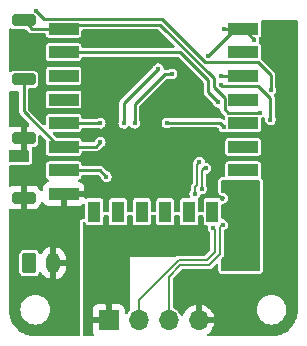
<source format=gbl>
%TF.GenerationSoftware,KiCad,Pcbnew,(6.0.0-0)*%
%TF.CreationDate,2022-10-20T15:52:37+11:00*%
%TF.ProjectId,WLED_Controller,574c4544-5f43-46f6-9e74-726f6c6c6572,rev?*%
%TF.SameCoordinates,Original*%
%TF.FileFunction,Copper,L2,Bot*%
%TF.FilePolarity,Positive*%
%FSLAX46Y46*%
G04 Gerber Fmt 4.6, Leading zero omitted, Abs format (unit mm)*
G04 Created by KiCad (PCBNEW (6.0.0-0)) date 2022-10-20 15:52:37*
%MOMM*%
%LPD*%
G01*
G04 APERTURE LIST*
G04 Aperture macros list*
%AMRoundRect*
0 Rectangle with rounded corners*
0 $1 Rounding radius*
0 $2 $3 $4 $5 $6 $7 $8 $9 X,Y pos of 4 corners*
0 Add a 4 corners polygon primitive as box body*
4,1,4,$2,$3,$4,$5,$6,$7,$8,$9,$2,$3,0*
0 Add four circle primitives for the rounded corners*
1,1,$1+$1,$2,$3*
1,1,$1+$1,$4,$5*
1,1,$1+$1,$6,$7*
1,1,$1+$1,$8,$9*
0 Add four rect primitives between the rounded corners*
20,1,$1+$1,$2,$3,$4,$5,0*
20,1,$1+$1,$4,$5,$6,$7,0*
20,1,$1+$1,$6,$7,$8,$9,0*
20,1,$1+$1,$8,$9,$2,$3,0*%
G04 Aperture macros list end*
%TA.AperFunction,ComponentPad*%
%ADD10RoundRect,0.250000X-0.350000X-0.625000X0.350000X-0.625000X0.350000X0.625000X-0.350000X0.625000X0*%
%TD*%
%TA.AperFunction,ComponentPad*%
%ADD11O,1.200000X1.750000*%
%TD*%
%TA.AperFunction,ComponentPad*%
%ADD12R,1.700000X1.700000*%
%TD*%
%TA.AperFunction,ComponentPad*%
%ADD13O,1.700000X1.700000*%
%TD*%
%TA.AperFunction,SMDPad,CuDef*%
%ADD14RoundRect,0.250000X0.750000X-0.250000X0.750000X0.250000X-0.750000X0.250000X-0.750000X-0.250000X0*%
%TD*%
%TA.AperFunction,SMDPad,CuDef*%
%ADD15R,2.500000X1.000000*%
%TD*%
%TA.AperFunction,SMDPad,CuDef*%
%ADD16R,1.000000X1.800000*%
%TD*%
%TA.AperFunction,ViaPad*%
%ADD17C,0.400000*%
%TD*%
%TA.AperFunction,Conductor*%
%ADD18C,0.250000*%
%TD*%
%TA.AperFunction,Conductor*%
%ADD19C,0.200000*%
%TD*%
G04 APERTURE END LIST*
D10*
X52000000Y-123550000D03*
D11*
X54000000Y-123550000D03*
D12*
X58700000Y-128400000D03*
D13*
X61240000Y-128400000D03*
X63780000Y-128400000D03*
X66320000Y-128400000D03*
D14*
X51500000Y-113000000D03*
X51500000Y-103000000D03*
D15*
X70100000Y-103700000D03*
X70100000Y-105700000D03*
X70100000Y-107700000D03*
X70100000Y-109700000D03*
X70100000Y-111700000D03*
X70100000Y-113700000D03*
X70100000Y-115700000D03*
X70100000Y-117700000D03*
D16*
X67500000Y-119200000D03*
X65500000Y-119200000D03*
X63500000Y-119200000D03*
X61500000Y-119200000D03*
X59500000Y-119200000D03*
X57500000Y-119200000D03*
D15*
X54900000Y-117700000D03*
X54900000Y-115700000D03*
X54900000Y-113700000D03*
X54900000Y-111700000D03*
X54900000Y-109700000D03*
X54900000Y-107700000D03*
X54900000Y-105700000D03*
X54900000Y-103700000D03*
D14*
X51500000Y-108000000D03*
X51500000Y-118000000D03*
D17*
X68500000Y-103700000D03*
X67088737Y-106000011D03*
X61000000Y-122000000D03*
X65000000Y-122000000D03*
X67000000Y-122000000D03*
X65000000Y-121000000D03*
X67000000Y-121000000D03*
X66000000Y-121000000D03*
X66000000Y-122000000D03*
X61000000Y-121000000D03*
X68337500Y-118062500D03*
X72500000Y-115500000D03*
X69500000Y-126100000D03*
X55250000Y-119050000D03*
X65150000Y-124450000D03*
X52900000Y-105650000D03*
X74000000Y-117700000D03*
X72500000Y-113900000D03*
X60750000Y-117350000D03*
X62389464Y-118010536D03*
X68400000Y-112800000D03*
X72200000Y-103700000D03*
X62900000Y-107100000D03*
X70999502Y-104700000D03*
X60000000Y-111700000D03*
X69000000Y-121500000D03*
X69475500Y-117700000D03*
X71000000Y-121500000D03*
X70000000Y-122500000D03*
X70000000Y-121500000D03*
X69000000Y-122500000D03*
X50750000Y-111000000D03*
X50750000Y-110250000D03*
X50750000Y-109500000D03*
X71000000Y-122500000D03*
X70717200Y-109507371D03*
X66400000Y-115000000D03*
X67582411Y-120598555D03*
X66000000Y-117700000D03*
X68350407Y-120291877D03*
X66929810Y-115529810D03*
X66584440Y-117254177D03*
X58000000Y-113300000D03*
X72400000Y-111400000D03*
X68200000Y-108500000D03*
X63651570Y-111678223D03*
X68450498Y-112000000D03*
X58000000Y-111700000D03*
X68200000Y-107700000D03*
X64074107Y-107547385D03*
X60900000Y-111700000D03*
X58500000Y-116224980D03*
X68000989Y-109948402D03*
X71524500Y-110800000D03*
X72420389Y-108879611D03*
X52540466Y-102169069D03*
D18*
X67088737Y-106000011D02*
X69388748Y-103700000D01*
X69388748Y-103700000D02*
X70100000Y-103700000D01*
D19*
X63780000Y-124685006D02*
X63780000Y-128400000D01*
X68350407Y-120291877D02*
X68132412Y-120509872D01*
X68132412Y-120509872D02*
X68132412Y-122785788D01*
X68132412Y-122785788D02*
X67193200Y-123725000D01*
X67193200Y-123725000D02*
X64740006Y-123725000D01*
X64740006Y-123725000D02*
X63780000Y-124685006D01*
X66000000Y-117700000D02*
X66000000Y-117132201D01*
X66000000Y-117132201D02*
X66175301Y-116956900D01*
X66175301Y-116956900D02*
X66175301Y-115224699D01*
X66175301Y-115224699D02*
X66400000Y-115000000D01*
D18*
X60000000Y-110000000D02*
X62900000Y-107100000D01*
X60000000Y-111700000D02*
X60000000Y-110000000D01*
X70999502Y-104599502D02*
X70100000Y-103700000D01*
X70999502Y-104700000D02*
X70999502Y-104599502D01*
X68500000Y-103700000D02*
X70100000Y-103700000D01*
X70100000Y-109700000D02*
X70800000Y-109700000D01*
D19*
X64625000Y-123275000D02*
X67006800Y-123275000D01*
X67682410Y-120698554D02*
X67582411Y-120598555D01*
X67006800Y-123275000D02*
X67682410Y-122599390D01*
X61240000Y-128400000D02*
X61240000Y-126660000D01*
X67682410Y-122599390D02*
X67682410Y-120698554D01*
X61240000Y-126660000D02*
X64625000Y-123275000D01*
X66584440Y-117254177D02*
X66574821Y-117244558D01*
X66788389Y-115529810D02*
X66929810Y-115529810D01*
X66574821Y-115743378D02*
X66788389Y-115529810D01*
X66574821Y-117244558D02*
X66574821Y-115743378D01*
D18*
X58000000Y-113300000D02*
X57600000Y-113700000D01*
X51500000Y-110699022D02*
X54500978Y-113700000D01*
X57600000Y-113700000D02*
X54900000Y-113700000D01*
X54500978Y-113700000D02*
X54900000Y-113700000D01*
X51500000Y-108000000D02*
X51500000Y-110699022D01*
X71323533Y-108524511D02*
X68224511Y-108524511D01*
X72400000Y-111400000D02*
X72400000Y-109600978D01*
X68224511Y-108524511D02*
X68200000Y-108500000D01*
X72400000Y-109600978D02*
X71323533Y-108524511D01*
X68450498Y-112000000D02*
X68128721Y-111678223D01*
X68128721Y-111678223D02*
X63651570Y-111678223D01*
X58000000Y-111700000D02*
X54900000Y-111700000D01*
X60900000Y-111700000D02*
X60900000Y-110500000D01*
X68200000Y-107700000D02*
X70100000Y-107700000D01*
X60900000Y-110100000D02*
X63100000Y-107900000D01*
X63100000Y-107900000D02*
X63452615Y-107547385D01*
X63452615Y-107547385D02*
X64074107Y-107547385D01*
X60900000Y-110500000D02*
X60900000Y-110100000D01*
X57975020Y-115700000D02*
X54900000Y-115700000D01*
X58500000Y-116224980D02*
X57975020Y-115700000D01*
X67150480Y-109097893D02*
X67150480Y-108086198D01*
X64764282Y-105700000D02*
X54900000Y-105700000D01*
X68000989Y-109948402D02*
X67150480Y-109097893D01*
X67150480Y-108086198D02*
X64764282Y-105700000D01*
X51500000Y-103000000D02*
X52200000Y-103700000D01*
X68525489Y-109567261D02*
X67600000Y-108641772D01*
X67600000Y-108641772D02*
X67600000Y-107900000D01*
X63082141Y-103382141D02*
X55217858Y-103382141D01*
X67600000Y-107900000D02*
X63082141Y-103382141D01*
X71524500Y-110800000D02*
X68800978Y-110800000D01*
X68800978Y-110800000D02*
X68525489Y-110524511D01*
X52200000Y-103700000D02*
X54900000Y-103700000D01*
X68525489Y-110524511D02*
X68525489Y-109567261D01*
X63211207Y-102875489D02*
X53624511Y-102875489D01*
X53246886Y-102875489D02*
X53624511Y-102875489D01*
X52540466Y-102169069D02*
X53246886Y-102875489D01*
X66860229Y-106524511D02*
X63211207Y-102875489D01*
X72420389Y-107621367D02*
X71323533Y-106524511D01*
X72420389Y-108879611D02*
X72420389Y-107621367D01*
X71323533Y-106524511D02*
X66860229Y-106524511D01*
%TA.AperFunction,Conductor*%
G36*
X74688121Y-103020002D02*
G01*
X74734614Y-103073658D01*
X74746000Y-103126000D01*
X74746000Y-127462575D01*
X74743579Y-127487153D01*
X74741024Y-127500000D01*
X74743445Y-127512170D01*
X74743445Y-127524583D01*
X74743120Y-127524583D01*
X74743858Y-127535420D01*
X74737746Y-127636455D01*
X74730084Y-127763118D01*
X74728250Y-127778222D01*
X74682109Y-128030005D01*
X74678468Y-128044778D01*
X74613786Y-128252352D01*
X74602313Y-128289169D01*
X74596919Y-128303392D01*
X74527311Y-128458053D01*
X74491864Y-128536814D01*
X74484793Y-128550287D01*
X74352364Y-128769351D01*
X74343721Y-128781873D01*
X74185851Y-128983379D01*
X74175761Y-128994767D01*
X73994767Y-129175761D01*
X73983379Y-129185851D01*
X73781873Y-129343721D01*
X73769351Y-129352364D01*
X73550287Y-129484793D01*
X73536817Y-129491862D01*
X73303392Y-129596919D01*
X73289174Y-129602311D01*
X73064437Y-129672342D01*
X73044778Y-129678468D01*
X73030005Y-129682109D01*
X72778222Y-129728250D01*
X72763118Y-129730084D01*
X72695441Y-129734178D01*
X72535420Y-129743858D01*
X72524583Y-129743120D01*
X72524583Y-129743445D01*
X72512170Y-129743445D01*
X72500000Y-129741024D01*
X72487153Y-129743579D01*
X72462575Y-129746000D01*
X67165270Y-129746000D01*
X67097149Y-129725998D01*
X67050656Y-129672342D01*
X67040552Y-129602068D01*
X67070046Y-129537488D01*
X67092102Y-129517421D01*
X67195328Y-129443792D01*
X67203200Y-129437139D01*
X67354052Y-129286812D01*
X67360730Y-129278965D01*
X67485003Y-129106020D01*
X67490313Y-129097183D01*
X67584670Y-128906267D01*
X67588469Y-128896672D01*
X67650377Y-128692910D01*
X67652555Y-128682837D01*
X67653986Y-128671962D01*
X67651775Y-128657778D01*
X67638617Y-128654000D01*
X66192000Y-128654000D01*
X66123879Y-128633998D01*
X66077386Y-128580342D01*
X66066000Y-128528000D01*
X66066000Y-128127885D01*
X66574000Y-128127885D01*
X66578475Y-128143124D01*
X66579865Y-128144329D01*
X66587548Y-128146000D01*
X67638344Y-128146000D01*
X67651875Y-128142027D01*
X67653180Y-128132947D01*
X67611214Y-127965875D01*
X67607894Y-127956124D01*
X67522972Y-127760814D01*
X67518105Y-127751739D01*
X67402426Y-127572926D01*
X67396136Y-127564757D01*
X67337211Y-127500000D01*
X71241210Y-127500000D01*
X71260334Y-127718587D01*
X71261758Y-127723900D01*
X71261758Y-127723902D01*
X71315584Y-127924783D01*
X71317124Y-127930532D01*
X71319446Y-127935512D01*
X71319447Y-127935514D01*
X71407530Y-128124408D01*
X71407533Y-128124413D01*
X71409856Y-128129395D01*
X71413012Y-128133902D01*
X71413013Y-128133904D01*
X71531693Y-128303396D01*
X71535711Y-128309135D01*
X71690865Y-128464289D01*
X71695373Y-128467446D01*
X71695376Y-128467448D01*
X71838630Y-128567755D01*
X71870605Y-128590144D01*
X71875587Y-128592467D01*
X71875592Y-128592470D01*
X72046063Y-128671962D01*
X72069468Y-128682876D01*
X72074776Y-128684298D01*
X72074778Y-128684299D01*
X72276098Y-128738242D01*
X72276100Y-128738242D01*
X72281413Y-128739666D01*
X72500000Y-128758790D01*
X72718587Y-128739666D01*
X72723900Y-128738242D01*
X72723902Y-128738242D01*
X72925222Y-128684299D01*
X72925224Y-128684298D01*
X72930532Y-128682876D01*
X72953937Y-128671962D01*
X73124408Y-128592470D01*
X73124413Y-128592467D01*
X73129395Y-128590144D01*
X73161370Y-128567755D01*
X73304624Y-128467448D01*
X73304627Y-128467446D01*
X73309135Y-128464289D01*
X73464289Y-128309135D01*
X73468308Y-128303396D01*
X73586987Y-128133904D01*
X73586988Y-128133902D01*
X73590144Y-128129395D01*
X73592467Y-128124413D01*
X73592470Y-128124408D01*
X73680553Y-127935514D01*
X73680554Y-127935512D01*
X73682876Y-127930532D01*
X73684417Y-127924783D01*
X73738242Y-127723902D01*
X73738242Y-127723900D01*
X73739666Y-127718587D01*
X73758790Y-127500000D01*
X73739666Y-127281413D01*
X73736132Y-127268222D01*
X73684299Y-127074778D01*
X73684298Y-127074776D01*
X73682876Y-127069468D01*
X73680553Y-127064486D01*
X73592470Y-126875592D01*
X73592467Y-126875587D01*
X73590144Y-126870605D01*
X73586987Y-126866096D01*
X73467448Y-126695376D01*
X73467446Y-126695373D01*
X73464289Y-126690865D01*
X73309135Y-126535711D01*
X73304627Y-126532554D01*
X73304624Y-126532552D01*
X73133904Y-126413013D01*
X73133902Y-126413012D01*
X73129395Y-126409856D01*
X73124413Y-126407533D01*
X73124408Y-126407530D01*
X72935514Y-126319447D01*
X72935512Y-126319446D01*
X72930532Y-126317124D01*
X72925224Y-126315702D01*
X72925222Y-126315701D01*
X72723902Y-126261758D01*
X72723900Y-126261758D01*
X72718587Y-126260334D01*
X72500000Y-126241210D01*
X72281413Y-126260334D01*
X72276100Y-126261758D01*
X72276098Y-126261758D01*
X72074778Y-126315701D01*
X72074776Y-126315702D01*
X72069468Y-126317124D01*
X72064488Y-126319446D01*
X72064486Y-126319447D01*
X71875592Y-126407530D01*
X71875587Y-126407533D01*
X71870605Y-126409856D01*
X71866098Y-126413012D01*
X71866096Y-126413013D01*
X71695376Y-126532552D01*
X71695373Y-126532554D01*
X71690865Y-126535711D01*
X71535711Y-126690865D01*
X71532554Y-126695373D01*
X71532552Y-126695376D01*
X71413013Y-126866096D01*
X71409856Y-126870605D01*
X71407533Y-126875587D01*
X71407530Y-126875592D01*
X71319447Y-127064486D01*
X71317124Y-127069468D01*
X71315702Y-127074776D01*
X71315701Y-127074778D01*
X71263868Y-127268222D01*
X71260334Y-127281413D01*
X71242121Y-127489584D01*
X71241210Y-127500000D01*
X67337211Y-127500000D01*
X67252806Y-127407240D01*
X67245273Y-127400215D01*
X67078139Y-127268222D01*
X67069552Y-127262517D01*
X66883117Y-127159599D01*
X66873705Y-127155369D01*
X66672959Y-127084280D01*
X66662988Y-127081646D01*
X66591837Y-127068972D01*
X66578540Y-127070432D01*
X66574000Y-127084989D01*
X66574000Y-128127885D01*
X66066000Y-128127885D01*
X66066000Y-127083102D01*
X66062082Y-127069758D01*
X66047806Y-127067771D01*
X66009324Y-127073660D01*
X65999288Y-127076051D01*
X65796868Y-127142212D01*
X65787359Y-127146209D01*
X65598463Y-127244542D01*
X65589738Y-127250036D01*
X65419433Y-127377905D01*
X65411726Y-127384748D01*
X65264590Y-127538717D01*
X65258104Y-127546727D01*
X65138098Y-127722649D01*
X65133000Y-127731623D01*
X65043338Y-127924783D01*
X65039777Y-127934464D01*
X65035291Y-127950640D01*
X64997813Y-128010939D01*
X64933684Y-128041403D01*
X64863266Y-128032360D01*
X64808915Y-127986682D01*
X64800867Y-127972698D01*
X64728331Y-127825609D01*
X64725776Y-127820428D01*
X64604320Y-127657779D01*
X64455258Y-127519987D01*
X64450375Y-127516906D01*
X64450371Y-127516903D01*
X64288464Y-127414748D01*
X64283581Y-127411667D01*
X64272485Y-127407240D01*
X64213809Y-127383830D01*
X64157950Y-127340008D01*
X64134500Y-127266800D01*
X64134500Y-124884035D01*
X64154502Y-124815914D01*
X64171405Y-124794940D01*
X64849940Y-124116405D01*
X64912252Y-124082379D01*
X64939035Y-124079500D01*
X67141943Y-124079500D01*
X67161737Y-124081606D01*
X67166090Y-124081811D01*
X67176270Y-124084003D01*
X67206940Y-124080373D01*
X67212283Y-124080058D01*
X67212272Y-124079928D01*
X67217452Y-124079500D01*
X67222651Y-124079500D01*
X67227775Y-124078647D01*
X67227788Y-124078646D01*
X67240241Y-124076573D01*
X67246116Y-124075736D01*
X67283129Y-124071355D01*
X67293470Y-124070131D01*
X67301178Y-124066430D01*
X67309617Y-124065025D01*
X67351601Y-124042371D01*
X67356864Y-124039690D01*
X67365070Y-124035750D01*
X67399858Y-124019045D01*
X67403850Y-124015689D01*
X67405797Y-124013742D01*
X67407422Y-124012252D01*
X67407854Y-124012019D01*
X67407887Y-124012055D01*
X67408045Y-124011916D01*
X67413480Y-124008983D01*
X67447557Y-123972119D01*
X67450986Y-123968553D01*
X67780905Y-123638634D01*
X67843217Y-123604608D01*
X67914032Y-123609673D01*
X67970868Y-123652220D01*
X67995679Y-123718740D01*
X67996000Y-123727729D01*
X67996000Y-124124000D01*
X68001804Y-124177990D01*
X68002522Y-124181290D01*
X68002522Y-124181291D01*
X68006567Y-124199884D01*
X68013190Y-124230332D01*
X68020384Y-124256555D01*
X68040479Y-124291843D01*
X68066362Y-124337298D01*
X68066365Y-124337302D01*
X68069425Y-124342676D01*
X68082686Y-124357980D01*
X68106898Y-124385922D01*
X68115918Y-124396332D01*
X68148502Y-124427773D01*
X68236319Y-124473709D01*
X68304440Y-124493711D01*
X68308899Y-124494352D01*
X68308903Y-124494353D01*
X68330639Y-124497478D01*
X68376000Y-124504000D01*
X71374000Y-124504000D01*
X71377347Y-124503640D01*
X71377351Y-124503640D01*
X71424626Y-124498558D01*
X71424633Y-124498557D01*
X71427990Y-124498196D01*
X71431291Y-124497478D01*
X71478678Y-124487170D01*
X71478685Y-124487168D01*
X71480332Y-124486810D01*
X71506555Y-124479616D01*
X71547320Y-124456403D01*
X71587298Y-124433638D01*
X71587302Y-124433635D01*
X71592676Y-124430575D01*
X71619458Y-124407368D01*
X71644209Y-124385922D01*
X71644214Y-124385917D01*
X71646332Y-124384082D01*
X71677773Y-124351498D01*
X71723709Y-124263681D01*
X71743711Y-124195560D01*
X71754000Y-124124000D01*
X71754000Y-116626000D01*
X71748196Y-116572010D01*
X71744374Y-116554440D01*
X71737170Y-116521322D01*
X71737168Y-116521315D01*
X71736810Y-116519668D01*
X71729616Y-116493445D01*
X71699031Y-116439734D01*
X71683638Y-116412702D01*
X71683635Y-116412698D01*
X71680575Y-116407324D01*
X71634082Y-116353668D01*
X71633189Y-116352806D01*
X71600961Y-116289825D01*
X71601177Y-116241773D01*
X71603293Y-116231135D01*
X71604500Y-116225067D01*
X71604499Y-115174934D01*
X71593148Y-115117864D01*
X71592156Y-115112874D01*
X71592155Y-115112872D01*
X71589734Y-115100699D01*
X71572939Y-115075563D01*
X71540377Y-115026832D01*
X71533484Y-115016516D01*
X71449301Y-114960266D01*
X71375067Y-114945500D01*
X70100207Y-114945500D01*
X68824934Y-114945501D01*
X68789182Y-114952612D01*
X68762874Y-114957844D01*
X68762872Y-114957845D01*
X68750699Y-114960266D01*
X68740379Y-114967161D01*
X68740378Y-114967162D01*
X68692603Y-114999085D01*
X68666516Y-115016516D01*
X68610266Y-115100699D01*
X68595500Y-115174933D01*
X68595501Y-115677495D01*
X68595501Y-116120000D01*
X68575499Y-116188121D01*
X68521843Y-116234614D01*
X68469501Y-116246000D01*
X68376000Y-116246000D01*
X68372653Y-116246360D01*
X68372649Y-116246360D01*
X68325374Y-116251442D01*
X68325367Y-116251443D01*
X68322010Y-116251804D01*
X68318710Y-116252522D01*
X68318709Y-116252522D01*
X68271322Y-116262830D01*
X68271315Y-116262832D01*
X68269668Y-116263190D01*
X68243445Y-116270384D01*
X68214041Y-116287128D01*
X68162702Y-116316362D01*
X68162698Y-116316365D01*
X68157324Y-116319425D01*
X68152647Y-116323478D01*
X68123815Y-116348461D01*
X68103668Y-116365918D01*
X68072227Y-116398502D01*
X68026291Y-116486319D01*
X68006289Y-116554440D01*
X68005648Y-116558899D01*
X68005647Y-116558903D01*
X68003279Y-116575374D01*
X67996000Y-116626000D01*
X67996000Y-117482188D01*
X68001641Y-117535422D01*
X68002339Y-117538677D01*
X68002339Y-117538679D01*
X68010043Y-117574620D01*
X68012710Y-117587064D01*
X68013131Y-117588626D01*
X68013134Y-117588639D01*
X68017545Y-117605010D01*
X68019582Y-117612570D01*
X68023415Y-117619397D01*
X68023415Y-117619398D01*
X68065066Y-117693592D01*
X68065069Y-117693597D01*
X68068097Y-117698990D01*
X68114261Y-117752928D01*
X68116258Y-117754879D01*
X68116264Y-117754885D01*
X68140205Y-117778270D01*
X68146650Y-117784565D01*
X68154604Y-117788788D01*
X68154607Y-117788790D01*
X68193692Y-117809540D01*
X68234185Y-117831037D01*
X68302182Y-117851455D01*
X68306619Y-117852121D01*
X68306625Y-117852122D01*
X68352581Y-117859016D01*
X68369985Y-117862903D01*
X68405186Y-117873430D01*
X68437618Y-117888416D01*
X68455533Y-117900028D01*
X68482453Y-117923513D01*
X68496385Y-117939682D01*
X68515633Y-117969777D01*
X68524471Y-117989215D01*
X68534498Y-118023508D01*
X68537656Y-118045563D01*
X68537182Y-118084323D01*
X68533486Y-118106295D01*
X68522625Y-118140331D01*
X68513317Y-118159543D01*
X68493339Y-118189161D01*
X68479014Y-118204987D01*
X68451529Y-118227806D01*
X68433331Y-118238980D01*
X68400547Y-118253167D01*
X68380300Y-118258687D01*
X68309319Y-118257307D01*
X68250351Y-118217770D01*
X68239947Y-118200556D01*
X68239734Y-118200699D01*
X68190377Y-118126832D01*
X68183484Y-118116516D01*
X68099301Y-118060266D01*
X68025067Y-118045500D01*
X67500085Y-118045500D01*
X66974934Y-118045501D01*
X66939182Y-118052612D01*
X66912874Y-118057844D01*
X66912872Y-118057845D01*
X66900699Y-118060266D01*
X66890379Y-118067161D01*
X66890378Y-118067162D01*
X66850363Y-118093900D01*
X66816516Y-118116516D01*
X66760266Y-118200699D01*
X66745500Y-118274933D01*
X66745501Y-118728171D01*
X66745501Y-119120000D01*
X66725499Y-119188121D01*
X66671843Y-119234614D01*
X66619501Y-119246000D01*
X66380500Y-119246000D01*
X66312379Y-119225998D01*
X66265886Y-119172342D01*
X66254500Y-119120000D01*
X66254499Y-118281123D01*
X66254499Y-118274934D01*
X66247348Y-118238980D01*
X66242155Y-118212869D01*
X66242154Y-118212867D01*
X66239734Y-118200699D01*
X66239966Y-118200653D01*
X66233385Y-118139424D01*
X66265166Y-118075938D01*
X66279295Y-118064375D01*
X66278750Y-118063718D01*
X66285654Y-118057986D01*
X66293306Y-118053288D01*
X66300299Y-118045563D01*
X66374644Y-117963427D01*
X66374645Y-117963426D01*
X66380672Y-117956767D01*
X66396784Y-117923513D01*
X66433522Y-117847685D01*
X66433522Y-117847684D01*
X66437437Y-117839604D01*
X66438926Y-117830755D01*
X66438927Y-117830751D01*
X66441817Y-117813570D01*
X66472843Y-117749712D01*
X66533469Y-117712765D01*
X66568379Y-117708495D01*
X66641195Y-117709830D01*
X66710871Y-117690834D01*
X66758141Y-117677947D01*
X66758143Y-117677946D01*
X66766800Y-117675586D01*
X66877746Y-117607465D01*
X66883770Y-117600810D01*
X66959084Y-117517604D01*
X66959085Y-117517603D01*
X66965112Y-117510944D01*
X67021877Y-117393781D01*
X67043477Y-117265396D01*
X67043614Y-117254177D01*
X67025158Y-117125302D01*
X66971272Y-117006787D01*
X66965418Y-116999993D01*
X66965416Y-116999990D01*
X66960672Y-116994485D01*
X66959868Y-116993552D01*
X66930554Y-116928890D01*
X66929321Y-116911304D01*
X66929321Y-116097316D01*
X66949323Y-116029195D01*
X67002979Y-115982702D01*
X67022178Y-115975754D01*
X67112170Y-115951219D01*
X67223116Y-115883098D01*
X67231279Y-115874080D01*
X67304454Y-115793237D01*
X67304455Y-115793236D01*
X67310482Y-115786577D01*
X67315065Y-115777119D01*
X67363332Y-115677495D01*
X67363332Y-115677494D01*
X67367247Y-115669414D01*
X67388847Y-115541029D01*
X67388984Y-115529810D01*
X67370528Y-115400935D01*
X67334175Y-115320982D01*
X67320358Y-115290592D01*
X67320357Y-115290590D01*
X67316642Y-115282420D01*
X67231660Y-115183793D01*
X67122411Y-115112982D01*
X66997680Y-115075680D01*
X66988705Y-115075625D01*
X66988704Y-115075625D01*
X66986617Y-115075612D01*
X66978467Y-115075563D01*
X66910471Y-115055146D01*
X66864306Y-115001208D01*
X66854511Y-114967436D01*
X66840718Y-114871125D01*
X66786832Y-114752610D01*
X66701850Y-114653983D01*
X66592601Y-114583172D01*
X66467870Y-114545870D01*
X66458894Y-114545815D01*
X66458893Y-114545815D01*
X66405678Y-114545490D01*
X66337683Y-114545074D01*
X66212505Y-114580850D01*
X66102400Y-114650321D01*
X66016219Y-114747903D01*
X65960890Y-114865751D01*
X65959509Y-114874622D01*
X65954668Y-114905710D01*
X65929119Y-114964328D01*
X65914292Y-114983137D01*
X65910742Y-114987132D01*
X65910841Y-114987216D01*
X65907483Y-114991179D01*
X65903807Y-114994855D01*
X65900784Y-114999084D01*
X65900784Y-114999085D01*
X65893447Y-115009351D01*
X65889886Y-115014094D01*
X65866804Y-115043374D01*
X65866802Y-115043378D01*
X65860355Y-115051556D01*
X65857522Y-115059624D01*
X65852548Y-115066584D01*
X65849564Y-115076562D01*
X65838881Y-115112285D01*
X65837045Y-115117934D01*
X65821251Y-115162907D01*
X65820801Y-115168103D01*
X65820801Y-115170808D01*
X65820704Y-115173064D01*
X65820561Y-115173540D01*
X65820515Y-115173538D01*
X65820502Y-115173737D01*
X65818733Y-115179654D01*
X65819142Y-115190058D01*
X65820704Y-115229823D01*
X65820801Y-115234769D01*
X65820801Y-116757276D01*
X65800799Y-116825397D01*
X65773601Y-116852654D01*
X65774569Y-116853718D01*
X65766868Y-116860726D01*
X65758118Y-116866376D01*
X65738991Y-116890639D01*
X65735441Y-116894634D01*
X65735540Y-116894718D01*
X65732182Y-116898681D01*
X65728506Y-116902357D01*
X65725483Y-116906586D01*
X65725483Y-116906587D01*
X65718146Y-116916853D01*
X65714585Y-116921596D01*
X65691503Y-116950876D01*
X65691501Y-116950880D01*
X65685054Y-116959058D01*
X65682221Y-116967126D01*
X65677247Y-116974086D01*
X65674263Y-116984064D01*
X65663580Y-117019787D01*
X65661744Y-117025436D01*
X65645950Y-117070409D01*
X65645500Y-117075605D01*
X65645500Y-117078310D01*
X65645403Y-117080566D01*
X65645260Y-117081042D01*
X65645214Y-117081040D01*
X65645201Y-117081239D01*
X65643432Y-117087156D01*
X65643841Y-117097560D01*
X65645403Y-117137325D01*
X65645500Y-117142271D01*
X65645500Y-117367963D01*
X65624812Y-117437139D01*
X65622161Y-117441175D01*
X65616219Y-117447903D01*
X65560890Y-117565751D01*
X65559509Y-117574620D01*
X65553664Y-117612161D01*
X65540860Y-117694390D01*
X65542024Y-117703292D01*
X65542024Y-117703295D01*
X65556445Y-117813570D01*
X65557741Y-117823481D01*
X65577662Y-117868756D01*
X65586790Y-117939160D01*
X65556403Y-118003326D01*
X65496150Y-118040877D01*
X65462333Y-118045500D01*
X64993399Y-118045501D01*
X64974934Y-118045501D01*
X64939182Y-118052612D01*
X64912874Y-118057844D01*
X64912872Y-118057845D01*
X64900699Y-118060266D01*
X64890379Y-118067161D01*
X64890378Y-118067162D01*
X64850363Y-118093900D01*
X64816516Y-118116516D01*
X64760266Y-118200699D01*
X64745500Y-118274933D01*
X64745501Y-118728171D01*
X64745501Y-119120000D01*
X64725499Y-119188121D01*
X64671843Y-119234614D01*
X64619501Y-119246000D01*
X64380500Y-119246000D01*
X64312379Y-119225998D01*
X64265886Y-119172342D01*
X64254500Y-119120000D01*
X64254499Y-118281123D01*
X64254499Y-118274934D01*
X64247348Y-118238980D01*
X64242156Y-118212874D01*
X64242155Y-118212872D01*
X64239734Y-118200699D01*
X64232025Y-118189161D01*
X64190377Y-118126832D01*
X64183484Y-118116516D01*
X64099301Y-118060266D01*
X64025067Y-118045500D01*
X63500085Y-118045500D01*
X62974934Y-118045501D01*
X62939182Y-118052612D01*
X62912874Y-118057844D01*
X62912872Y-118057845D01*
X62900699Y-118060266D01*
X62890379Y-118067161D01*
X62890378Y-118067162D01*
X62850363Y-118093900D01*
X62816516Y-118116516D01*
X62760266Y-118200699D01*
X62745500Y-118274933D01*
X62745501Y-118728171D01*
X62745501Y-119120000D01*
X62725499Y-119188121D01*
X62671843Y-119234614D01*
X62619501Y-119246000D01*
X62380500Y-119246000D01*
X62312379Y-119225998D01*
X62265886Y-119172342D01*
X62254500Y-119120000D01*
X62254499Y-118281123D01*
X62254499Y-118274934D01*
X62247348Y-118238980D01*
X62242156Y-118212874D01*
X62242155Y-118212872D01*
X62239734Y-118200699D01*
X62232025Y-118189161D01*
X62190377Y-118126832D01*
X62183484Y-118116516D01*
X62099301Y-118060266D01*
X62025067Y-118045500D01*
X61500085Y-118045500D01*
X60974934Y-118045501D01*
X60939182Y-118052612D01*
X60912874Y-118057844D01*
X60912872Y-118057845D01*
X60900699Y-118060266D01*
X60890379Y-118067161D01*
X60890378Y-118067162D01*
X60850363Y-118093900D01*
X60816516Y-118116516D01*
X60760266Y-118200699D01*
X60745500Y-118274933D01*
X60745501Y-118728171D01*
X60745501Y-119120000D01*
X60725499Y-119188121D01*
X60671843Y-119234614D01*
X60619501Y-119246000D01*
X60380500Y-119246000D01*
X60312379Y-119225998D01*
X60265886Y-119172342D01*
X60254500Y-119120000D01*
X60254499Y-118281123D01*
X60254499Y-118274934D01*
X60247348Y-118238980D01*
X60242156Y-118212874D01*
X60242155Y-118212872D01*
X60239734Y-118200699D01*
X60232025Y-118189161D01*
X60190377Y-118126832D01*
X60183484Y-118116516D01*
X60099301Y-118060266D01*
X60025067Y-118045500D01*
X59500085Y-118045500D01*
X58974934Y-118045501D01*
X58939182Y-118052612D01*
X58912874Y-118057844D01*
X58912872Y-118057845D01*
X58900699Y-118060266D01*
X58890379Y-118067161D01*
X58890378Y-118067162D01*
X58850363Y-118093900D01*
X58816516Y-118116516D01*
X58760266Y-118200699D01*
X58745500Y-118274933D01*
X58745501Y-118728171D01*
X58745501Y-119120000D01*
X58725499Y-119188121D01*
X58671843Y-119234614D01*
X58619501Y-119246000D01*
X58380500Y-119246000D01*
X58312379Y-119225998D01*
X58265886Y-119172342D01*
X58254500Y-119120000D01*
X58254499Y-118281123D01*
X58254499Y-118274934D01*
X58247348Y-118238980D01*
X58242156Y-118212874D01*
X58242155Y-118212872D01*
X58239734Y-118200699D01*
X58232025Y-118189161D01*
X58190377Y-118126832D01*
X58183484Y-118116516D01*
X58099301Y-118060266D01*
X58025067Y-118045500D01*
X57500085Y-118045500D01*
X56974934Y-118045501D01*
X56939182Y-118052612D01*
X56912874Y-118057844D01*
X56912872Y-118057845D01*
X56900699Y-118060266D01*
X56890379Y-118067161D01*
X56890378Y-118067162D01*
X56854002Y-118091468D01*
X56786249Y-118112683D01*
X56717782Y-118093900D01*
X56670339Y-118041083D01*
X56658000Y-117986703D01*
X56658000Y-117972115D01*
X56653525Y-117956876D01*
X56652135Y-117955671D01*
X56644452Y-117954000D01*
X55172115Y-117954000D01*
X55156876Y-117958475D01*
X55155671Y-117959865D01*
X55154000Y-117967548D01*
X55154000Y-118689884D01*
X55158475Y-118705123D01*
X55159865Y-118706328D01*
X55167548Y-118707999D01*
X56194669Y-118707999D01*
X56201490Y-118707629D01*
X56252352Y-118702105D01*
X56267604Y-118698479D01*
X56388054Y-118653324D01*
X56403649Y-118644786D01*
X56505724Y-118568285D01*
X56518284Y-118555725D01*
X56518673Y-118555206D01*
X56519188Y-118554821D01*
X56524635Y-118549374D01*
X56525421Y-118550160D01*
X56575532Y-118512690D01*
X56646351Y-118507664D01*
X56708644Y-118541723D01*
X56742635Y-118604054D01*
X56745500Y-118630770D01*
X56745501Y-119668463D01*
X56725499Y-119736584D01*
X56671843Y-119783077D01*
X56620097Y-119792888D01*
X56620150Y-119794071D01*
X56613973Y-119794347D01*
X56607784Y-119794015D01*
X56601650Y-119794897D01*
X56601648Y-119794897D01*
X56540303Y-119803717D01*
X56540294Y-119803719D01*
X56537510Y-119804119D01*
X56493445Y-119814532D01*
X56485611Y-119818993D01*
X56412702Y-119860510D01*
X56412698Y-119860513D01*
X56407324Y-119863573D01*
X56353668Y-119910066D01*
X56322227Y-119942650D01*
X56276291Y-120030467D01*
X56256289Y-120098588D01*
X56246000Y-120170148D01*
X56246000Y-129620000D01*
X56225998Y-129688121D01*
X56172342Y-129734614D01*
X56120000Y-129746000D01*
X52537425Y-129746000D01*
X52512847Y-129743579D01*
X52500000Y-129741024D01*
X52487830Y-129743445D01*
X52475417Y-129743445D01*
X52475417Y-129743120D01*
X52464580Y-129743858D01*
X52304559Y-129734178D01*
X52236882Y-129730084D01*
X52221778Y-129728250D01*
X51969995Y-129682109D01*
X51955222Y-129678468D01*
X51935563Y-129672342D01*
X51710826Y-129602311D01*
X51696608Y-129596919D01*
X51463183Y-129491862D01*
X51449713Y-129484793D01*
X51230649Y-129352364D01*
X51218127Y-129343721D01*
X51016621Y-129185851D01*
X51005233Y-129175761D01*
X50824239Y-128994767D01*
X50814149Y-128983379D01*
X50656279Y-128781873D01*
X50647636Y-128769351D01*
X50515207Y-128550287D01*
X50508136Y-128536814D01*
X50472689Y-128458053D01*
X50403081Y-128303392D01*
X50397687Y-128289169D01*
X50386215Y-128252352D01*
X50321532Y-128044778D01*
X50317891Y-128030005D01*
X50271750Y-127778222D01*
X50269916Y-127763118D01*
X50262254Y-127636455D01*
X50256142Y-127535420D01*
X50256880Y-127524583D01*
X50256555Y-127524583D01*
X50256555Y-127512170D01*
X50258976Y-127500000D01*
X51241210Y-127500000D01*
X51260334Y-127718587D01*
X51261758Y-127723900D01*
X51261758Y-127723902D01*
X51315584Y-127924783D01*
X51317124Y-127930532D01*
X51319446Y-127935512D01*
X51319447Y-127935514D01*
X51407530Y-128124408D01*
X51407533Y-128124413D01*
X51409856Y-128129395D01*
X51413012Y-128133902D01*
X51413013Y-128133904D01*
X51531693Y-128303396D01*
X51535711Y-128309135D01*
X51690865Y-128464289D01*
X51695373Y-128467446D01*
X51695376Y-128467448D01*
X51838630Y-128567755D01*
X51870605Y-128590144D01*
X51875587Y-128592467D01*
X51875592Y-128592470D01*
X52046063Y-128671962D01*
X52069468Y-128682876D01*
X52074776Y-128684298D01*
X52074778Y-128684299D01*
X52276098Y-128738242D01*
X52276100Y-128738242D01*
X52281413Y-128739666D01*
X52500000Y-128758790D01*
X52718587Y-128739666D01*
X52723900Y-128738242D01*
X52723902Y-128738242D01*
X52925222Y-128684299D01*
X52925224Y-128684298D01*
X52930532Y-128682876D01*
X52953937Y-128671962D01*
X53124408Y-128592470D01*
X53124413Y-128592467D01*
X53129395Y-128590144D01*
X53161370Y-128567755D01*
X53304624Y-128467448D01*
X53304627Y-128467446D01*
X53309135Y-128464289D01*
X53464289Y-128309135D01*
X53468308Y-128303396D01*
X53586987Y-128133904D01*
X53586988Y-128133902D01*
X53590144Y-128129395D01*
X53592467Y-128124413D01*
X53592470Y-128124408D01*
X53680553Y-127935514D01*
X53680554Y-127935512D01*
X53682876Y-127930532D01*
X53684417Y-127924783D01*
X53738242Y-127723902D01*
X53738242Y-127723900D01*
X53739666Y-127718587D01*
X53758790Y-127500000D01*
X53739666Y-127281413D01*
X53736132Y-127268222D01*
X53684299Y-127074778D01*
X53684298Y-127074776D01*
X53682876Y-127069468D01*
X53680553Y-127064486D01*
X53592470Y-126875592D01*
X53592467Y-126875587D01*
X53590144Y-126870605D01*
X53586987Y-126866096D01*
X53467448Y-126695376D01*
X53467446Y-126695373D01*
X53464289Y-126690865D01*
X53309135Y-126535711D01*
X53304627Y-126532554D01*
X53304624Y-126532552D01*
X53133904Y-126413013D01*
X53133902Y-126413012D01*
X53129395Y-126409856D01*
X53124413Y-126407533D01*
X53124408Y-126407530D01*
X52935514Y-126319447D01*
X52935512Y-126319446D01*
X52930532Y-126317124D01*
X52925224Y-126315702D01*
X52925222Y-126315701D01*
X52723902Y-126261758D01*
X52723900Y-126261758D01*
X52718587Y-126260334D01*
X52500000Y-126241210D01*
X52281413Y-126260334D01*
X52276100Y-126261758D01*
X52276098Y-126261758D01*
X52074778Y-126315701D01*
X52074776Y-126315702D01*
X52069468Y-126317124D01*
X52064488Y-126319446D01*
X52064486Y-126319447D01*
X51875592Y-126407530D01*
X51875587Y-126407533D01*
X51870605Y-126409856D01*
X51866098Y-126413012D01*
X51866096Y-126413013D01*
X51695376Y-126532552D01*
X51695373Y-126532554D01*
X51690865Y-126535711D01*
X51535711Y-126690865D01*
X51532554Y-126695373D01*
X51532552Y-126695376D01*
X51413013Y-126866096D01*
X51409856Y-126870605D01*
X51407533Y-126875587D01*
X51407530Y-126875592D01*
X51319447Y-127064486D01*
X51317124Y-127069468D01*
X51315702Y-127074776D01*
X51315701Y-127074778D01*
X51263868Y-127268222D01*
X51260334Y-127281413D01*
X51242121Y-127489584D01*
X51241210Y-127500000D01*
X50258976Y-127500000D01*
X50256421Y-127487153D01*
X50254000Y-127462575D01*
X50254000Y-124222756D01*
X51145500Y-124222756D01*
X51152202Y-124284448D01*
X51202929Y-124419764D01*
X51208309Y-124426943D01*
X51208311Y-124426946D01*
X51265579Y-124503358D01*
X51289596Y-124535404D01*
X51296776Y-124540785D01*
X51398054Y-124616689D01*
X51398057Y-124616691D01*
X51405236Y-124622071D01*
X51494954Y-124655704D01*
X51533157Y-124670026D01*
X51533159Y-124670026D01*
X51540552Y-124672798D01*
X51548402Y-124673651D01*
X51548403Y-124673651D01*
X51598847Y-124679131D01*
X51602244Y-124679500D01*
X52397756Y-124679500D01*
X52401153Y-124679131D01*
X52451597Y-124673651D01*
X52451598Y-124673651D01*
X52459448Y-124672798D01*
X52466841Y-124670026D01*
X52466843Y-124670026D01*
X52505046Y-124655704D01*
X52594764Y-124622071D01*
X52601943Y-124616691D01*
X52601946Y-124616689D01*
X52703224Y-124540785D01*
X52710404Y-124535404D01*
X52734421Y-124503358D01*
X52791689Y-124426946D01*
X52791691Y-124426943D01*
X52797071Y-124419764D01*
X52808020Y-124390557D01*
X52850662Y-124333793D01*
X52917224Y-124309093D01*
X52986572Y-124324301D01*
X53038018Y-124377095D01*
X53060619Y-124420978D01*
X53067069Y-124431024D01*
X53190262Y-124587857D01*
X53198499Y-124596506D01*
X53349123Y-124727212D01*
X53358847Y-124734147D01*
X53531467Y-124834010D01*
X53542331Y-124838984D01*
X53730727Y-124904407D01*
X53731716Y-124904648D01*
X53742008Y-124903180D01*
X53746000Y-124889615D01*
X53746000Y-124885402D01*
X54254000Y-124885402D01*
X54257973Y-124898933D01*
X54267399Y-124900288D01*
X54356537Y-124878806D01*
X54367832Y-124874917D01*
X54549382Y-124792371D01*
X54559724Y-124786424D01*
X54722397Y-124671032D01*
X54731425Y-124663239D01*
X54869342Y-124519169D01*
X54876738Y-124509804D01*
X54984921Y-124342259D01*
X54990417Y-124331655D01*
X55064961Y-124146688D01*
X55068355Y-124135230D01*
X55106857Y-123938072D01*
X55107934Y-123929209D01*
X55108000Y-123926500D01*
X55108000Y-123822115D01*
X55103525Y-123806876D01*
X55102135Y-123805671D01*
X55094452Y-123804000D01*
X54272115Y-123804000D01*
X54256876Y-123808475D01*
X54255671Y-123809865D01*
X54254000Y-123817548D01*
X54254000Y-124885402D01*
X53746000Y-124885402D01*
X53746000Y-123277885D01*
X54254000Y-123277885D01*
X54258475Y-123293124D01*
X54259865Y-123294329D01*
X54267548Y-123296000D01*
X55089885Y-123296000D01*
X55105124Y-123291525D01*
X55106329Y-123290135D01*
X55108000Y-123282452D01*
X55108000Y-123225168D01*
X55107715Y-123219192D01*
X55093529Y-123070506D01*
X55091270Y-123058772D01*
X55035128Y-122867401D01*
X55030698Y-122856325D01*
X54939381Y-122679022D01*
X54932931Y-122668976D01*
X54809738Y-122512143D01*
X54801501Y-122503494D01*
X54650877Y-122372788D01*
X54641153Y-122365853D01*
X54468533Y-122265990D01*
X54457669Y-122261016D01*
X54269273Y-122195593D01*
X54268284Y-122195352D01*
X54257992Y-122196820D01*
X54254000Y-122210385D01*
X54254000Y-123277885D01*
X53746000Y-123277885D01*
X53746000Y-122214598D01*
X53742027Y-122201067D01*
X53732601Y-122199712D01*
X53643463Y-122221194D01*
X53632168Y-122225083D01*
X53450618Y-122307629D01*
X53440276Y-122313576D01*
X53277603Y-122428968D01*
X53268575Y-122436761D01*
X53130658Y-122580831D01*
X53123262Y-122590196D01*
X53031427Y-122732423D01*
X52977672Y-122778801D01*
X52907376Y-122788754D01*
X52842859Y-122759122D01*
X52807593Y-122708304D01*
X52800221Y-122688639D01*
X52797071Y-122680236D01*
X52791691Y-122673057D01*
X52791689Y-122673054D01*
X52715785Y-122571776D01*
X52710404Y-122564596D01*
X52640416Y-122512143D01*
X52601946Y-122483311D01*
X52601943Y-122483309D01*
X52594764Y-122477929D01*
X52484947Y-122436761D01*
X52466843Y-122429974D01*
X52466841Y-122429974D01*
X52459448Y-122427202D01*
X52451598Y-122426349D01*
X52451597Y-122426349D01*
X52401153Y-122420869D01*
X52401152Y-122420869D01*
X52397756Y-122420500D01*
X51602244Y-122420500D01*
X51598848Y-122420869D01*
X51598847Y-122420869D01*
X51548403Y-122426349D01*
X51548402Y-122426349D01*
X51540552Y-122427202D01*
X51533159Y-122429974D01*
X51533157Y-122429974D01*
X51515053Y-122436761D01*
X51405236Y-122477929D01*
X51398057Y-122483309D01*
X51398054Y-122483311D01*
X51359584Y-122512143D01*
X51289596Y-122564596D01*
X51284215Y-122571776D01*
X51208311Y-122673054D01*
X51208309Y-122673057D01*
X51202929Y-122680236D01*
X51152202Y-122815552D01*
X51145500Y-122877244D01*
X51145500Y-124222756D01*
X50254000Y-124222756D01*
X50254000Y-119057611D01*
X50274002Y-118989490D01*
X50327658Y-118942997D01*
X50397932Y-118932893D01*
X50427464Y-118941692D01*
X50427475Y-118941658D01*
X50428576Y-118942023D01*
X50433244Y-118943414D01*
X50434415Y-118943960D01*
X50588710Y-118995138D01*
X50602086Y-118998005D01*
X50696438Y-119007672D01*
X50702854Y-119008000D01*
X51227885Y-119008000D01*
X51243124Y-119003525D01*
X51244329Y-119002135D01*
X51246000Y-118994452D01*
X51246000Y-118989884D01*
X51754000Y-118989884D01*
X51758475Y-119005123D01*
X51759865Y-119006328D01*
X51767548Y-119007999D01*
X52297095Y-119007999D01*
X52303614Y-119007662D01*
X52399206Y-118997743D01*
X52412600Y-118994851D01*
X52566784Y-118943412D01*
X52579962Y-118937239D01*
X52717807Y-118851937D01*
X52729208Y-118842901D01*
X52843739Y-118728171D01*
X52852751Y-118716760D01*
X52937816Y-118578757D01*
X52943964Y-118565574D01*
X52974524Y-118473438D01*
X53014955Y-118415078D01*
X53080519Y-118387841D01*
X53150400Y-118400374D01*
X53198950Y-118447120D01*
X53199828Y-118446462D01*
X53203873Y-118451860D01*
X53204636Y-118452594D01*
X53205212Y-118453646D01*
X53281715Y-118555724D01*
X53294276Y-118568285D01*
X53396351Y-118644786D01*
X53411946Y-118653324D01*
X53532394Y-118698478D01*
X53547649Y-118702105D01*
X53598514Y-118707631D01*
X53605328Y-118708000D01*
X54627885Y-118708000D01*
X54643124Y-118703525D01*
X54644329Y-118702135D01*
X54646000Y-118694452D01*
X54646000Y-117572000D01*
X54666002Y-117503879D01*
X54719658Y-117457386D01*
X54772000Y-117446000D01*
X56639884Y-117446000D01*
X56655123Y-117441525D01*
X56656328Y-117440135D01*
X56657999Y-117432452D01*
X56657999Y-117155331D01*
X56657629Y-117148510D01*
X56652105Y-117097648D01*
X56648479Y-117082396D01*
X56603324Y-116961946D01*
X56594786Y-116946351D01*
X56518285Y-116844276D01*
X56505724Y-116831715D01*
X56403649Y-116755214D01*
X56388054Y-116746676D01*
X56267606Y-116701522D01*
X56252351Y-116697895D01*
X56227171Y-116695159D01*
X56161609Y-116667916D01*
X56121184Y-116609553D01*
X56118729Y-116538599D01*
X56155025Y-116477581D01*
X56216198Y-116446318D01*
X56249301Y-116439734D01*
X56259621Y-116432839D01*
X56259622Y-116432838D01*
X56323168Y-116390377D01*
X56333484Y-116383484D01*
X56389734Y-116299301D01*
X56404500Y-116225067D01*
X56404500Y-116205500D01*
X56424502Y-116137379D01*
X56478158Y-116090886D01*
X56530500Y-116079500D01*
X57765636Y-116079500D01*
X57833757Y-116099502D01*
X57854731Y-116116405D01*
X58024948Y-116286622D01*
X58056777Y-116341088D01*
X58057741Y-116348461D01*
X58110174Y-116467625D01*
X58193946Y-116567283D01*
X58201414Y-116572254D01*
X58201415Y-116572255D01*
X58294850Y-116634452D01*
X58294853Y-116634453D01*
X58302320Y-116639424D01*
X58310887Y-116642100D01*
X58310888Y-116642101D01*
X58332171Y-116648750D01*
X58426587Y-116678247D01*
X58435560Y-116678411D01*
X58435563Y-116678412D01*
X58492790Y-116679461D01*
X58556755Y-116680633D01*
X58608917Y-116666412D01*
X58673701Y-116648750D01*
X58673703Y-116648749D01*
X58682360Y-116646389D01*
X58793306Y-116578268D01*
X58799330Y-116571613D01*
X58874644Y-116488407D01*
X58874645Y-116488406D01*
X58880672Y-116481747D01*
X58897838Y-116446318D01*
X58933522Y-116372665D01*
X58933522Y-116372664D01*
X58937437Y-116364584D01*
X58959037Y-116236199D01*
X58959174Y-116224980D01*
X58940718Y-116096105D01*
X58886832Y-115977590D01*
X58844341Y-115928277D01*
X58807713Y-115885767D01*
X58807712Y-115885766D01*
X58801850Y-115878963D01*
X58692601Y-115808152D01*
X58619322Y-115786237D01*
X58566329Y-115754615D01*
X58281498Y-115469784D01*
X58266356Y-115451036D01*
X58265241Y-115449811D01*
X58259591Y-115441060D01*
X58251413Y-115434613D01*
X58251411Y-115434611D01*
X58233220Y-115420271D01*
X58228779Y-115416325D01*
X58228717Y-115416398D01*
X58224753Y-115413039D01*
X58221076Y-115409362D01*
X58205328Y-115398108D01*
X58200658Y-115394602D01*
X58160373Y-115362844D01*
X58151739Y-115359812D01*
X58144286Y-115354486D01*
X58095170Y-115339797D01*
X58089528Y-115337964D01*
X58048653Y-115323610D01*
X58048652Y-115323610D01*
X58041169Y-115320982D01*
X58035604Y-115320500D01*
X58032896Y-115320500D01*
X58030262Y-115320386D01*
X58030164Y-115320357D01*
X58030171Y-115320193D01*
X58029467Y-115320149D01*
X58023242Y-115318287D01*
X57969385Y-115320403D01*
X57964438Y-115320500D01*
X56530499Y-115320500D01*
X56462378Y-115300498D01*
X56415885Y-115246842D01*
X56404499Y-115194500D01*
X56404499Y-115174934D01*
X56393148Y-115117864D01*
X56392156Y-115112874D01*
X56392155Y-115112872D01*
X56389734Y-115100699D01*
X56372939Y-115075563D01*
X56340377Y-115026832D01*
X56333484Y-115016516D01*
X56249301Y-114960266D01*
X56175067Y-114945500D01*
X54900207Y-114945500D01*
X53624934Y-114945501D01*
X53589182Y-114952612D01*
X53562874Y-114957844D01*
X53562872Y-114957845D01*
X53550699Y-114960266D01*
X53540379Y-114967161D01*
X53540378Y-114967162D01*
X53492603Y-114999085D01*
X53466516Y-115016516D01*
X53410266Y-115100699D01*
X53395500Y-115174933D01*
X53395501Y-116225066D01*
X53400747Y-116251442D01*
X53404515Y-116270384D01*
X53410266Y-116299301D01*
X53417161Y-116309620D01*
X53417162Y-116309622D01*
X53448605Y-116356679D01*
X53466516Y-116383484D01*
X53550699Y-116439734D01*
X53583801Y-116446318D01*
X53646710Y-116479224D01*
X53681843Y-116540919D01*
X53678043Y-116611814D01*
X53636519Y-116669400D01*
X53572826Y-116695160D01*
X53547648Y-116697895D01*
X53532396Y-116701521D01*
X53411946Y-116746676D01*
X53396351Y-116755214D01*
X53294276Y-116831715D01*
X53281715Y-116844276D01*
X53205214Y-116946351D01*
X53196676Y-116961946D01*
X53151522Y-117082394D01*
X53147895Y-117097649D01*
X53142369Y-117148514D01*
X53142000Y-117155328D01*
X53142000Y-117307870D01*
X53121998Y-117375991D01*
X53068342Y-117422484D01*
X52998068Y-117432588D01*
X52933488Y-117403094D01*
X52908856Y-117374173D01*
X52851937Y-117282193D01*
X52842901Y-117270792D01*
X52728171Y-117156261D01*
X52716760Y-117147249D01*
X52578757Y-117062184D01*
X52565576Y-117056037D01*
X52411290Y-117004862D01*
X52397914Y-117001995D01*
X52303562Y-116992328D01*
X52297145Y-116992000D01*
X51772115Y-116992000D01*
X51756876Y-116996475D01*
X51755671Y-116997865D01*
X51754000Y-117005548D01*
X51754000Y-118989884D01*
X51246000Y-118989884D01*
X51246000Y-117010116D01*
X51241525Y-116994877D01*
X51240135Y-116993672D01*
X51232452Y-116992001D01*
X50702905Y-116992001D01*
X50696386Y-116992338D01*
X50600794Y-117002257D01*
X50587400Y-117005149D01*
X50426268Y-117058906D01*
X50425848Y-117057646D01*
X50363273Y-117067261D01*
X50298410Y-117038392D01*
X50259452Y-116979039D01*
X50254000Y-116942376D01*
X50254000Y-115380000D01*
X50274002Y-115311879D01*
X50327658Y-115265386D01*
X50380000Y-115254000D01*
X51874000Y-115254000D01*
X51877347Y-115253640D01*
X51877351Y-115253640D01*
X51924626Y-115248558D01*
X51924633Y-115248557D01*
X51927990Y-115248196D01*
X51931291Y-115247478D01*
X51978678Y-115237170D01*
X51978685Y-115237168D01*
X51980332Y-115236810D01*
X52006555Y-115229616D01*
X52047320Y-115206403D01*
X52087298Y-115183638D01*
X52087302Y-115183635D01*
X52092676Y-115180575D01*
X52146332Y-115134082D01*
X52177773Y-115101498D01*
X52223709Y-115013681D01*
X52243711Y-114945560D01*
X52254000Y-114874000D01*
X52254000Y-114133999D01*
X52253640Y-114130648D01*
X52248558Y-114083373D01*
X52248557Y-114083366D01*
X52248196Y-114080009D01*
X52246170Y-114070694D01*
X52237170Y-114029321D01*
X52237168Y-114029314D01*
X52236810Y-114027667D01*
X52229616Y-114001444D01*
X52225717Y-113994597D01*
X52225715Y-113994592D01*
X52196011Y-113942429D01*
X52179684Y-113873336D01*
X52203303Y-113806383D01*
X52259371Y-113762829D01*
X52297614Y-113754500D01*
X52297756Y-113754500D01*
X52343596Y-113749520D01*
X52351597Y-113748651D01*
X52351598Y-113748651D01*
X52359448Y-113747798D01*
X52366841Y-113745026D01*
X52366843Y-113745026D01*
X52405046Y-113730704D01*
X52494764Y-113697071D01*
X52501943Y-113691691D01*
X52501946Y-113691689D01*
X52603224Y-113615785D01*
X52610404Y-113610404D01*
X52656661Y-113548683D01*
X52691689Y-113501946D01*
X52691691Y-113501943D01*
X52697071Y-113494764D01*
X52747798Y-113359448D01*
X52754500Y-113297756D01*
X52754500Y-112794406D01*
X52774502Y-112726285D01*
X52828158Y-112679792D01*
X52898432Y-112669688D01*
X52963012Y-112699182D01*
X52969595Y-112705311D01*
X53358595Y-113094311D01*
X53392621Y-113156623D01*
X53395500Y-113183406D01*
X53395501Y-113702876D01*
X53395501Y-114225066D01*
X53410266Y-114299301D01*
X53466516Y-114383484D01*
X53550699Y-114439734D01*
X53624933Y-114454500D01*
X54899793Y-114454500D01*
X56175066Y-114454499D01*
X56210818Y-114447388D01*
X56237126Y-114442156D01*
X56237128Y-114442155D01*
X56249301Y-114439734D01*
X56259621Y-114432839D01*
X56259622Y-114432838D01*
X56323168Y-114390377D01*
X56333484Y-114383484D01*
X56389734Y-114299301D01*
X56404500Y-114225067D01*
X56404500Y-114205500D01*
X56424502Y-114137379D01*
X56478158Y-114090886D01*
X56530500Y-114079500D01*
X57546080Y-114079500D01*
X57570028Y-114082049D01*
X57571693Y-114082128D01*
X57581876Y-114084320D01*
X57592217Y-114083096D01*
X57615223Y-114080373D01*
X57621154Y-114080023D01*
X57621146Y-114079928D01*
X57626324Y-114079500D01*
X57631524Y-114079500D01*
X57636653Y-114078646D01*
X57636656Y-114078646D01*
X57650565Y-114076331D01*
X57656443Y-114075494D01*
X57697001Y-114070694D01*
X57697002Y-114070694D01*
X57707341Y-114069470D01*
X57715593Y-114065507D01*
X57724626Y-114064004D01*
X57733795Y-114059057D01*
X57733797Y-114059056D01*
X57769732Y-114039666D01*
X57775025Y-114036969D01*
X57814082Y-114018215D01*
X57814086Y-114018212D01*
X57821232Y-114014781D01*
X57825508Y-114011186D01*
X57827431Y-114009263D01*
X57829363Y-114007491D01*
X57829442Y-114007448D01*
X57829555Y-114007572D01*
X57830095Y-114007096D01*
X57835814Y-114004010D01*
X57872417Y-113964413D01*
X57875846Y-113960848D01*
X58066479Y-113770215D01*
X58122433Y-113737747D01*
X58173700Y-113723770D01*
X58182360Y-113721409D01*
X58293306Y-113653288D01*
X58327252Y-113615785D01*
X58374644Y-113563427D01*
X58374645Y-113563426D01*
X58380672Y-113556767D01*
X58437437Y-113439604D01*
X58459037Y-113311219D01*
X58459174Y-113300000D01*
X58441263Y-113174933D01*
X68595500Y-113174933D01*
X68595501Y-114225066D01*
X68610266Y-114299301D01*
X68666516Y-114383484D01*
X68750699Y-114439734D01*
X68824933Y-114454500D01*
X70099793Y-114454500D01*
X71375066Y-114454499D01*
X71410818Y-114447388D01*
X71437126Y-114442156D01*
X71437128Y-114442155D01*
X71449301Y-114439734D01*
X71459621Y-114432839D01*
X71459622Y-114432838D01*
X71523168Y-114390377D01*
X71533484Y-114383484D01*
X71589734Y-114299301D01*
X71604500Y-114225067D01*
X71604499Y-113174934D01*
X71589734Y-113100699D01*
X71533484Y-113016516D01*
X71449301Y-112960266D01*
X71375067Y-112945500D01*
X70100207Y-112945500D01*
X68824934Y-112945501D01*
X68789182Y-112952612D01*
X68762874Y-112957844D01*
X68762872Y-112957845D01*
X68750699Y-112960266D01*
X68740379Y-112967161D01*
X68740378Y-112967162D01*
X68679985Y-113007516D01*
X68666516Y-113016516D01*
X68610266Y-113100699D01*
X68595500Y-113174933D01*
X58441263Y-113174933D01*
X58440718Y-113171125D01*
X58408697Y-113100699D01*
X58390548Y-113060782D01*
X58390547Y-113060780D01*
X58386832Y-113052610D01*
X58301850Y-112953983D01*
X58192601Y-112883172D01*
X58067870Y-112845870D01*
X58058894Y-112845815D01*
X58058893Y-112845815D01*
X58005678Y-112845490D01*
X57937683Y-112845074D01*
X57812505Y-112880850D01*
X57702400Y-112950321D01*
X57696458Y-112957049D01*
X57696457Y-112957050D01*
X57650027Y-113009623D01*
X57616219Y-113047903D01*
X57612404Y-113056028D01*
X57612403Y-113056030D01*
X57564706Y-113157623D01*
X57560890Y-113165751D01*
X57559509Y-113174621D01*
X57556884Y-113183206D01*
X57553969Y-113182315D01*
X57530221Y-113232767D01*
X57525050Y-113238256D01*
X57479711Y-113283595D01*
X57417399Y-113317621D01*
X57390616Y-113320500D01*
X56530499Y-113320500D01*
X56462378Y-113300498D01*
X56415885Y-113246842D01*
X56404499Y-113194500D01*
X56404499Y-113174934D01*
X56389734Y-113100699D01*
X56333484Y-113016516D01*
X56249301Y-112960266D01*
X56175067Y-112945500D01*
X55974558Y-112945500D01*
X54335364Y-112945501D01*
X54267243Y-112925499D01*
X54246269Y-112908596D01*
X54007268Y-112669595D01*
X53973242Y-112607283D01*
X53978307Y-112536468D01*
X54020854Y-112479632D01*
X54087374Y-112454821D01*
X54096363Y-112454500D01*
X56127551Y-112454499D01*
X56175066Y-112454499D01*
X56210818Y-112447388D01*
X56237126Y-112442156D01*
X56237128Y-112442155D01*
X56249301Y-112439734D01*
X56259621Y-112432839D01*
X56259622Y-112432838D01*
X56323168Y-112390377D01*
X56333484Y-112383484D01*
X56389734Y-112299301D01*
X56404500Y-112225067D01*
X56404500Y-112205500D01*
X56424502Y-112137379D01*
X56478158Y-112090886D01*
X56530500Y-112079500D01*
X57711723Y-112079500D01*
X57781542Y-112100613D01*
X57802320Y-112114444D01*
X57926587Y-112153267D01*
X57935560Y-112153431D01*
X57935563Y-112153432D01*
X57992790Y-112154481D01*
X58056755Y-112155653D01*
X58137237Y-112133711D01*
X58173701Y-112123770D01*
X58173703Y-112123769D01*
X58182360Y-112121409D01*
X58293306Y-112053288D01*
X58309467Y-112035434D01*
X58374644Y-111963427D01*
X58374645Y-111963426D01*
X58380672Y-111956767D01*
X58429662Y-111855653D01*
X58433522Y-111847685D01*
X58433522Y-111847684D01*
X58437437Y-111839604D01*
X58459037Y-111711219D01*
X58459174Y-111700000D01*
X58458371Y-111694390D01*
X59540860Y-111694390D01*
X59542024Y-111703292D01*
X59542024Y-111703295D01*
X59556559Y-111814444D01*
X59557741Y-111823481D01*
X59610174Y-111942645D01*
X59693946Y-112042303D01*
X59701414Y-112047274D01*
X59701415Y-112047275D01*
X59794850Y-112109472D01*
X59794853Y-112109473D01*
X59802320Y-112114444D01*
X59810887Y-112117120D01*
X59810888Y-112117121D01*
X59848310Y-112128812D01*
X59926587Y-112153267D01*
X59935560Y-112153431D01*
X59935563Y-112153432D01*
X59992790Y-112154481D01*
X60056755Y-112155653D01*
X60137237Y-112133711D01*
X60173701Y-112123770D01*
X60173703Y-112123769D01*
X60182360Y-112121409D01*
X60293306Y-112053288D01*
X60336398Y-112005681D01*
X60357045Y-111982870D01*
X60417588Y-111945789D01*
X60488568Y-111947326D01*
X60546910Y-111986349D01*
X60588168Y-112035431D01*
X60588174Y-112035436D01*
X60593946Y-112042303D01*
X60601414Y-112047274D01*
X60601415Y-112047275D01*
X60694850Y-112109472D01*
X60694853Y-112109473D01*
X60702320Y-112114444D01*
X60710887Y-112117120D01*
X60710888Y-112117121D01*
X60748310Y-112128812D01*
X60826587Y-112153267D01*
X60835560Y-112153431D01*
X60835563Y-112153432D01*
X60892790Y-112154481D01*
X60956755Y-112155653D01*
X61037237Y-112133711D01*
X61073701Y-112123770D01*
X61073703Y-112123769D01*
X61082360Y-112121409D01*
X61193306Y-112053288D01*
X61209467Y-112035434D01*
X61274644Y-111963427D01*
X61274645Y-111963426D01*
X61280672Y-111956767D01*
X61329662Y-111855653D01*
X61333522Y-111847685D01*
X61333522Y-111847684D01*
X61337437Y-111839604D01*
X61359037Y-111711219D01*
X61359174Y-111700000D01*
X61340718Y-111571125D01*
X61337003Y-111562955D01*
X61337001Y-111562947D01*
X61290800Y-111461335D01*
X61279500Y-111409183D01*
X61279500Y-110309384D01*
X61299502Y-110241263D01*
X61316405Y-110220289D01*
X63572904Y-107963790D01*
X63635216Y-107929764D01*
X63661999Y-107926885D01*
X63785830Y-107926885D01*
X63855649Y-107947998D01*
X63876427Y-107961829D01*
X64000694Y-108000652D01*
X64009667Y-108000816D01*
X64009670Y-108000817D01*
X64066897Y-108001866D01*
X64130862Y-108003038D01*
X64183024Y-107988817D01*
X64247808Y-107971155D01*
X64247810Y-107971154D01*
X64256467Y-107968794D01*
X64367413Y-107900673D01*
X64454779Y-107804152D01*
X64502498Y-107705661D01*
X64507629Y-107695070D01*
X64507629Y-107695069D01*
X64511544Y-107686989D01*
X64533144Y-107558604D01*
X64533281Y-107547385D01*
X64514825Y-107418510D01*
X64481639Y-107345521D01*
X64464655Y-107308167D01*
X64464654Y-107308165D01*
X64460939Y-107299995D01*
X64375957Y-107201368D01*
X64266708Y-107130557D01*
X64141977Y-107093255D01*
X64133001Y-107093200D01*
X64133000Y-107093200D01*
X64079785Y-107092875D01*
X64011790Y-107092459D01*
X63886612Y-107128235D01*
X63854576Y-107148448D01*
X63787343Y-107167885D01*
X63506535Y-107167885D01*
X63482587Y-107165336D01*
X63480922Y-107165257D01*
X63470739Y-107163065D01*
X63467719Y-107163422D01*
X63404677Y-107141636D01*
X63360765Y-107085849D01*
X63352993Y-107056837D01*
X63340718Y-106971125D01*
X63286832Y-106852610D01*
X63201850Y-106753983D01*
X63092601Y-106683172D01*
X62967870Y-106645870D01*
X62958894Y-106645815D01*
X62958893Y-106645815D01*
X62905678Y-106645490D01*
X62837683Y-106645074D01*
X62712505Y-106680850D01*
X62602400Y-106750321D01*
X62516219Y-106847903D01*
X62512404Y-106856028D01*
X62512403Y-106856030D01*
X62489726Y-106904332D01*
X62460890Y-106965751D01*
X62459509Y-106974621D01*
X62456884Y-106983206D01*
X62453969Y-106982315D01*
X62430221Y-107032767D01*
X62425050Y-107038256D01*
X59769784Y-109693522D01*
X59751036Y-109708664D01*
X59749811Y-109709779D01*
X59741060Y-109715429D01*
X59734613Y-109723607D01*
X59734611Y-109723609D01*
X59720271Y-109741800D01*
X59716325Y-109746241D01*
X59716398Y-109746303D01*
X59713039Y-109750267D01*
X59709362Y-109753944D01*
X59698108Y-109769692D01*
X59694602Y-109774362D01*
X59662844Y-109814647D01*
X59659812Y-109823281D01*
X59654486Y-109830734D01*
X59651501Y-109840715D01*
X59639799Y-109879844D01*
X59637964Y-109885492D01*
X59620982Y-109933851D01*
X59620500Y-109939416D01*
X59620500Y-109942124D01*
X59620386Y-109944758D01*
X59620357Y-109944856D01*
X59620193Y-109944849D01*
X59620149Y-109945553D01*
X59618287Y-109951778D01*
X59618696Y-109962183D01*
X59620403Y-110005635D01*
X59620500Y-110010582D01*
X59620500Y-111410679D01*
X59608555Y-111464227D01*
X59580736Y-111523481D01*
X59560890Y-111565751D01*
X59559509Y-111574620D01*
X59544251Y-111672613D01*
X59540860Y-111694390D01*
X58458371Y-111694390D01*
X58440718Y-111571125D01*
X58386832Y-111452610D01*
X58328203Y-111384567D01*
X58307713Y-111360787D01*
X58307712Y-111360786D01*
X58301850Y-111353983D01*
X58192601Y-111283172D01*
X58067870Y-111245870D01*
X58058894Y-111245815D01*
X58058893Y-111245815D01*
X58005678Y-111245490D01*
X57937683Y-111245074D01*
X57929051Y-111247541D01*
X57911490Y-111252560D01*
X57812505Y-111280850D01*
X57780469Y-111301063D01*
X57713236Y-111320500D01*
X56530499Y-111320500D01*
X56462378Y-111300498D01*
X56415885Y-111246842D01*
X56404499Y-111194500D01*
X56404499Y-111174934D01*
X56389734Y-111100699D01*
X56380388Y-111086711D01*
X56340377Y-111026832D01*
X56333484Y-111016516D01*
X56249301Y-110960266D01*
X56175067Y-110945500D01*
X54900207Y-110945500D01*
X53624934Y-110945501D01*
X53589182Y-110952612D01*
X53562874Y-110957844D01*
X53562872Y-110957845D01*
X53550699Y-110960266D01*
X53540379Y-110967161D01*
X53540378Y-110967162D01*
X53479985Y-111007516D01*
X53466516Y-111016516D01*
X53410266Y-111100699D01*
X53395500Y-111174933D01*
X53395501Y-111580015D01*
X53395501Y-111753638D01*
X53375499Y-111821759D01*
X53321843Y-111868252D01*
X53251570Y-111878356D01*
X53186989Y-111848863D01*
X53180406Y-111842733D01*
X51916405Y-110578733D01*
X51882380Y-110516421D01*
X51879500Y-110489638D01*
X51879500Y-109174933D01*
X53395500Y-109174933D01*
X53395501Y-110225066D01*
X53410266Y-110299301D01*
X53466516Y-110383484D01*
X53550699Y-110439734D01*
X53624933Y-110454500D01*
X54899793Y-110454500D01*
X56175066Y-110454499D01*
X56210818Y-110447388D01*
X56237126Y-110442156D01*
X56237128Y-110442155D01*
X56249301Y-110439734D01*
X56259621Y-110432839D01*
X56259622Y-110432838D01*
X56323168Y-110390377D01*
X56333484Y-110383484D01*
X56389734Y-110299301D01*
X56404500Y-110225067D01*
X56404499Y-109174934D01*
X56393671Y-109120492D01*
X56392156Y-109112874D01*
X56392155Y-109112872D01*
X56389734Y-109100699D01*
X56333484Y-109016516D01*
X56249301Y-108960266D01*
X56175067Y-108945500D01*
X54900207Y-108945500D01*
X53624934Y-108945501D01*
X53589182Y-108952612D01*
X53562874Y-108957844D01*
X53562872Y-108957845D01*
X53550699Y-108960266D01*
X53540379Y-108967161D01*
X53540378Y-108967162D01*
X53479985Y-109007516D01*
X53466516Y-109016516D01*
X53410266Y-109100699D01*
X53395500Y-109174933D01*
X51879500Y-109174933D01*
X51879500Y-108880500D01*
X51899502Y-108812379D01*
X51953158Y-108765886D01*
X52005500Y-108754500D01*
X52297756Y-108754500D01*
X52332404Y-108750736D01*
X52351597Y-108748651D01*
X52351598Y-108748651D01*
X52359448Y-108747798D01*
X52366841Y-108745026D01*
X52366843Y-108745026D01*
X52405046Y-108730704D01*
X52494764Y-108697071D01*
X52501943Y-108691691D01*
X52501946Y-108691689D01*
X52603224Y-108615785D01*
X52610404Y-108610404D01*
X52626600Y-108588794D01*
X52691689Y-108501946D01*
X52691691Y-108501943D01*
X52697071Y-108494764D01*
X52736203Y-108390377D01*
X52745026Y-108366843D01*
X52745026Y-108366841D01*
X52747798Y-108359448D01*
X52754500Y-108297756D01*
X52754500Y-107702244D01*
X52747798Y-107640552D01*
X52697071Y-107505236D01*
X52691691Y-107498057D01*
X52691689Y-107498054D01*
X52623662Y-107407286D01*
X52610404Y-107389596D01*
X52589977Y-107374287D01*
X52501946Y-107308311D01*
X52501943Y-107308309D01*
X52494764Y-107302929D01*
X52405046Y-107269296D01*
X52366843Y-107254974D01*
X52366841Y-107254974D01*
X52359448Y-107252202D01*
X52351598Y-107251349D01*
X52351597Y-107251349D01*
X52301153Y-107245869D01*
X52301152Y-107245869D01*
X52297756Y-107245500D01*
X50702244Y-107245500D01*
X50698848Y-107245869D01*
X50698847Y-107245869D01*
X50648403Y-107251349D01*
X50648402Y-107251349D01*
X50640552Y-107252202D01*
X50633159Y-107254974D01*
X50633157Y-107254974D01*
X50594954Y-107269296D01*
X50505236Y-107302929D01*
X50455563Y-107340157D01*
X50389058Y-107365003D01*
X50319676Y-107349950D01*
X50269446Y-107299775D01*
X50254000Y-107239329D01*
X50254000Y-107174933D01*
X53395500Y-107174933D01*
X53395501Y-108225066D01*
X53410266Y-108299301D01*
X53417161Y-108309620D01*
X53417162Y-108309622D01*
X53450455Y-108359448D01*
X53466516Y-108383484D01*
X53550699Y-108439734D01*
X53624933Y-108454500D01*
X54899793Y-108454500D01*
X56175066Y-108454499D01*
X56210818Y-108447388D01*
X56237126Y-108442156D01*
X56237128Y-108442155D01*
X56249301Y-108439734D01*
X56259621Y-108432839D01*
X56259622Y-108432838D01*
X56323168Y-108390377D01*
X56333484Y-108383484D01*
X56389734Y-108299301D01*
X56404500Y-108225067D01*
X56404499Y-107174934D01*
X56395161Y-107127985D01*
X56392156Y-107112874D01*
X56392155Y-107112872D01*
X56389734Y-107100699D01*
X56379812Y-107085849D01*
X56340377Y-107026832D01*
X56333484Y-107016516D01*
X56249301Y-106960266D01*
X56175067Y-106945500D01*
X54900207Y-106945500D01*
X53624934Y-106945501D01*
X53589182Y-106952612D01*
X53562874Y-106957844D01*
X53562872Y-106957845D01*
X53550699Y-106960266D01*
X53540379Y-106967161D01*
X53540378Y-106967162D01*
X53516367Y-106983206D01*
X53466516Y-107016516D01*
X53410266Y-107100699D01*
X53395500Y-107174933D01*
X50254000Y-107174933D01*
X50254000Y-103760671D01*
X50274002Y-103692550D01*
X50327658Y-103646057D01*
X50397932Y-103635953D01*
X50455563Y-103659843D01*
X50505236Y-103697071D01*
X50594954Y-103730704D01*
X50633157Y-103745026D01*
X50633159Y-103745026D01*
X50640552Y-103747798D01*
X50648402Y-103748651D01*
X50648403Y-103748651D01*
X50698847Y-103754131D01*
X50702244Y-103754500D01*
X51665615Y-103754500D01*
X51733736Y-103774502D01*
X51754710Y-103791405D01*
X51893524Y-103930219D01*
X51908661Y-103948961D01*
X51909779Y-103950190D01*
X51915429Y-103958940D01*
X51923607Y-103965387D01*
X51941799Y-103979728D01*
X51946241Y-103983676D01*
X51946303Y-103983603D01*
X51950268Y-103986963D01*
X51953943Y-103990638D01*
X51958165Y-103993655D01*
X51958171Y-103993660D01*
X51969650Y-104001862D01*
X51974399Y-104005428D01*
X52014647Y-104037156D01*
X52023284Y-104040189D01*
X52030734Y-104045513D01*
X52040710Y-104048497D01*
X52040711Y-104048497D01*
X52056046Y-104053083D01*
X52079849Y-104060202D01*
X52085486Y-104062034D01*
X52126367Y-104076390D01*
X52133851Y-104079018D01*
X52139416Y-104079500D01*
X52142124Y-104079500D01*
X52144758Y-104079614D01*
X52144856Y-104079643D01*
X52144849Y-104079807D01*
X52145553Y-104079851D01*
X52151778Y-104081713D01*
X52205635Y-104079597D01*
X52210582Y-104079500D01*
X53269501Y-104079500D01*
X53337622Y-104099502D01*
X53384115Y-104153158D01*
X53395501Y-104205500D01*
X53395501Y-104225066D01*
X53402612Y-104260818D01*
X53405884Y-104277267D01*
X53410266Y-104299301D01*
X53466516Y-104383484D01*
X53550699Y-104439734D01*
X53624933Y-104454500D01*
X54899793Y-104454500D01*
X56175066Y-104454499D01*
X56210818Y-104447388D01*
X56237126Y-104442156D01*
X56237128Y-104442155D01*
X56249301Y-104439734D01*
X56259621Y-104432839D01*
X56259622Y-104432838D01*
X56323168Y-104390377D01*
X56333484Y-104383484D01*
X56389734Y-104299301D01*
X56404500Y-104225067D01*
X56404500Y-103887641D01*
X56424502Y-103819520D01*
X56478158Y-103773027D01*
X56530500Y-103761641D01*
X62872757Y-103761641D01*
X62940878Y-103781643D01*
X62961852Y-103798546D01*
X64268711Y-105105405D01*
X64302737Y-105167717D01*
X64297672Y-105238532D01*
X64255125Y-105295368D01*
X64188605Y-105320179D01*
X64179616Y-105320500D01*
X56530499Y-105320500D01*
X56462378Y-105300498D01*
X56415885Y-105246842D01*
X56404499Y-105194500D01*
X56404499Y-105174934D01*
X56389734Y-105100699D01*
X56333484Y-105016516D01*
X56249301Y-104960266D01*
X56175067Y-104945500D01*
X54900207Y-104945500D01*
X53624934Y-104945501D01*
X53589182Y-104952612D01*
X53562874Y-104957844D01*
X53562872Y-104957845D01*
X53550699Y-104960266D01*
X53540379Y-104967161D01*
X53540378Y-104967162D01*
X53514854Y-104984217D01*
X53466516Y-105016516D01*
X53410266Y-105100699D01*
X53395500Y-105174933D01*
X53395501Y-106225066D01*
X53410266Y-106299301D01*
X53466516Y-106383484D01*
X53550699Y-106439734D01*
X53624933Y-106454500D01*
X54899793Y-106454500D01*
X56175066Y-106454499D01*
X56210818Y-106447388D01*
X56237126Y-106442156D01*
X56237128Y-106442155D01*
X56249301Y-106439734D01*
X56259621Y-106432839D01*
X56259622Y-106432838D01*
X56323168Y-106390377D01*
X56333484Y-106383484D01*
X56389734Y-106299301D01*
X56404500Y-106225067D01*
X56404500Y-106205500D01*
X56424502Y-106137379D01*
X56478158Y-106090886D01*
X56530500Y-106079500D01*
X64554898Y-106079500D01*
X64623019Y-106099502D01*
X64643993Y-106116405D01*
X66734075Y-108206487D01*
X66768101Y-108268799D01*
X66770980Y-108295582D01*
X66770980Y-109043973D01*
X66768431Y-109067921D01*
X66768352Y-109069586D01*
X66766160Y-109079769D01*
X66767384Y-109090110D01*
X66770107Y-109113116D01*
X66770457Y-109119047D01*
X66770552Y-109119039D01*
X66770980Y-109124217D01*
X66770980Y-109129417D01*
X66771834Y-109134546D01*
X66771834Y-109134549D01*
X66774149Y-109148458D01*
X66774986Y-109154336D01*
X66776706Y-109168865D01*
X66781010Y-109205234D01*
X66784973Y-109213486D01*
X66786476Y-109222519D01*
X66791423Y-109231688D01*
X66791424Y-109231690D01*
X66810814Y-109267625D01*
X66813511Y-109272918D01*
X66832265Y-109311975D01*
X66832268Y-109311979D01*
X66835699Y-109319125D01*
X66839294Y-109323401D01*
X66841217Y-109325324D01*
X66842989Y-109327256D01*
X66843032Y-109327335D01*
X66842908Y-109327448D01*
X66843384Y-109327988D01*
X66846470Y-109333707D01*
X66854115Y-109340774D01*
X66886066Y-109370309D01*
X66889632Y-109373739D01*
X67525937Y-110010044D01*
X67557766Y-110064510D01*
X67558730Y-110071883D01*
X67611163Y-110191047D01*
X67694935Y-110290705D01*
X67702403Y-110295676D01*
X67702404Y-110295677D01*
X67795839Y-110357874D01*
X67795842Y-110357875D01*
X67803309Y-110362846D01*
X67811876Y-110365522D01*
X67811877Y-110365523D01*
X67836348Y-110373168D01*
X67927576Y-110401669D01*
X67936549Y-110401833D01*
X67936552Y-110401834D01*
X68019315Y-110403351D01*
X68087057Y-110424599D01*
X68132559Y-110479098D01*
X68142132Y-110514522D01*
X68145116Y-110539736D01*
X68145466Y-110545665D01*
X68145561Y-110545657D01*
X68145989Y-110550835D01*
X68145989Y-110556035D01*
X68146843Y-110561164D01*
X68146843Y-110561167D01*
X68149158Y-110575076D01*
X68149995Y-110580954D01*
X68156019Y-110631852D01*
X68159982Y-110640104D01*
X68161485Y-110649137D01*
X68166432Y-110658306D01*
X68166433Y-110658308D01*
X68185823Y-110694243D01*
X68188520Y-110699536D01*
X68207274Y-110738593D01*
X68207277Y-110738597D01*
X68210708Y-110745743D01*
X68214303Y-110750019D01*
X68216226Y-110751942D01*
X68217998Y-110753874D01*
X68218041Y-110753953D01*
X68217917Y-110754066D01*
X68218393Y-110754606D01*
X68221479Y-110760325D01*
X68229124Y-110767392D01*
X68261075Y-110796927D01*
X68264641Y-110800357D01*
X68494500Y-111030216D01*
X68509642Y-111048964D01*
X68510757Y-111050189D01*
X68516407Y-111058940D01*
X68524585Y-111065387D01*
X68524587Y-111065389D01*
X68542778Y-111079729D01*
X68547216Y-111083673D01*
X68547278Y-111083599D01*
X68550951Y-111086711D01*
X68551397Y-111087388D01*
X68553868Y-111089584D01*
X68554922Y-111090638D01*
X68554087Y-111091473D01*
X68589995Y-111146008D01*
X68595500Y-111182845D01*
X68595500Y-111303150D01*
X68575498Y-111371271D01*
X68521842Y-111417764D01*
X68451568Y-111427868D01*
X68391493Y-111402099D01*
X68386915Y-111398490D01*
X68382480Y-111394548D01*
X68382418Y-111394621D01*
X68378454Y-111391262D01*
X68374777Y-111387585D01*
X68359029Y-111376331D01*
X68354359Y-111372825D01*
X68314074Y-111341067D01*
X68305440Y-111338035D01*
X68297987Y-111332709D01*
X68248871Y-111318020D01*
X68243229Y-111316187D01*
X68202354Y-111301833D01*
X68202353Y-111301833D01*
X68194870Y-111299205D01*
X68189305Y-111298723D01*
X68186597Y-111298723D01*
X68183963Y-111298609D01*
X68183865Y-111298580D01*
X68183872Y-111298416D01*
X68183168Y-111298372D01*
X68176943Y-111296510D01*
X68123086Y-111298626D01*
X68118139Y-111298723D01*
X63939024Y-111298723D01*
X63870492Y-111278455D01*
X63851703Y-111266277D01*
X63844171Y-111261395D01*
X63719440Y-111224093D01*
X63710464Y-111224038D01*
X63710463Y-111224038D01*
X63657248Y-111223713D01*
X63589253Y-111223297D01*
X63464075Y-111259073D01*
X63456488Y-111263860D01*
X63456486Y-111263861D01*
X63418143Y-111288054D01*
X63353970Y-111328544D01*
X63348028Y-111335272D01*
X63348027Y-111335273D01*
X63335816Y-111349100D01*
X63267789Y-111426126D01*
X63263974Y-111434251D01*
X63263973Y-111434253D01*
X63226259Y-111514582D01*
X63212460Y-111543974D01*
X63192430Y-111672613D01*
X63193594Y-111681515D01*
X63193594Y-111681518D01*
X63204465Y-111764649D01*
X63209311Y-111801704D01*
X63261744Y-111920868D01*
X63345516Y-112020526D01*
X63352984Y-112025497D01*
X63352985Y-112025498D01*
X63446420Y-112087695D01*
X63446423Y-112087696D01*
X63453890Y-112092667D01*
X63462457Y-112095343D01*
X63462458Y-112095344D01*
X63479324Y-112100613D01*
X63578157Y-112131490D01*
X63587130Y-112131654D01*
X63587133Y-112131655D01*
X63644360Y-112132704D01*
X63708325Y-112133876D01*
X63754053Y-112121409D01*
X63825268Y-112101994D01*
X63825271Y-112101993D01*
X63833930Y-112099632D01*
X63841580Y-112094935D01*
X63841582Y-112094934D01*
X63871852Y-112076348D01*
X63937780Y-112057723D01*
X67897088Y-112057723D01*
X67965209Y-112077725D01*
X68012417Y-112132977D01*
X68057056Y-112234427D01*
X68060672Y-112242645D01*
X68144444Y-112342303D01*
X68151912Y-112347274D01*
X68151913Y-112347275D01*
X68245348Y-112409472D01*
X68245351Y-112409473D01*
X68252818Y-112414444D01*
X68261385Y-112417120D01*
X68261386Y-112417121D01*
X68308255Y-112431763D01*
X68377085Y-112453267D01*
X68386058Y-112453431D01*
X68386061Y-112453432D01*
X68443288Y-112454481D01*
X68507253Y-112455653D01*
X68632858Y-112421409D01*
X68633256Y-112422870D01*
X68693952Y-112415377D01*
X68728528Y-112429024D01*
X68728915Y-112428090D01*
X68740381Y-112432840D01*
X68750699Y-112439734D01*
X68762868Y-112442155D01*
X68762869Y-112442155D01*
X68805271Y-112450589D01*
X68824933Y-112454500D01*
X70099793Y-112454500D01*
X71375066Y-112454499D01*
X71410818Y-112447388D01*
X71437126Y-112442156D01*
X71437128Y-112442155D01*
X71449301Y-112439734D01*
X71459621Y-112432839D01*
X71459622Y-112432838D01*
X71523168Y-112390377D01*
X71533484Y-112383484D01*
X71589734Y-112299301D01*
X71604500Y-112225067D01*
X71604499Y-111345563D01*
X71624501Y-111277442D01*
X71678157Y-111230949D01*
X71697351Y-111224002D01*
X71706860Y-111221409D01*
X71762995Y-111186942D01*
X71831513Y-111168344D01*
X71899208Y-111189741D01*
X71944589Y-111244341D01*
X71953424Y-111313701D01*
X71948463Y-111345563D01*
X71942390Y-111384567D01*
X71940860Y-111394390D01*
X71942024Y-111403292D01*
X71942024Y-111403295D01*
X71948473Y-111452610D01*
X71957741Y-111523481D01*
X72010174Y-111642645D01*
X72093946Y-111742303D01*
X72101414Y-111747274D01*
X72101415Y-111747275D01*
X72194850Y-111809472D01*
X72194853Y-111809473D01*
X72202320Y-111814444D01*
X72210887Y-111817120D01*
X72210888Y-111817121D01*
X72225734Y-111821759D01*
X72326587Y-111853267D01*
X72335560Y-111853431D01*
X72335563Y-111853432D01*
X72392790Y-111854481D01*
X72456755Y-111855653D01*
X72544628Y-111831696D01*
X72573701Y-111823770D01*
X72573703Y-111823769D01*
X72582360Y-111821409D01*
X72693306Y-111753288D01*
X72709467Y-111735434D01*
X72774644Y-111663427D01*
X72774645Y-111663426D01*
X72780672Y-111656767D01*
X72823226Y-111568937D01*
X72833522Y-111547685D01*
X72833522Y-111547684D01*
X72837437Y-111539604D01*
X72859037Y-111411219D01*
X72859174Y-111400000D01*
X72840718Y-111271125D01*
X72837003Y-111262955D01*
X72837001Y-111262947D01*
X72790800Y-111161335D01*
X72779500Y-111109183D01*
X72779500Y-109654898D01*
X72782049Y-109630951D01*
X72782128Y-109629285D01*
X72784320Y-109619102D01*
X72783096Y-109608760D01*
X72783096Y-109608757D01*
X72780374Y-109585765D01*
X72780023Y-109579824D01*
X72779928Y-109579832D01*
X72779500Y-109574652D01*
X72779500Y-109569454D01*
X72776329Y-109550402D01*
X72775492Y-109544525D01*
X72770693Y-109503975D01*
X72770692Y-109503973D01*
X72769469Y-109493637D01*
X72765508Y-109485388D01*
X72764004Y-109476352D01*
X72759056Y-109467181D01*
X72739652Y-109431218D01*
X72736957Y-109425929D01*
X72718213Y-109386896D01*
X72714780Y-109379746D01*
X72711186Y-109375470D01*
X72710615Y-109374899D01*
X72690594Y-109307243D01*
X72710452Y-109239080D01*
X72723179Y-109222421D01*
X72726888Y-109218324D01*
X72766163Y-109174933D01*
X72795033Y-109143038D01*
X72795034Y-109143037D01*
X72801061Y-109136378D01*
X72812332Y-109113116D01*
X72853911Y-109027296D01*
X72853911Y-109027295D01*
X72857826Y-109019215D01*
X72879426Y-108890830D01*
X72879563Y-108879611D01*
X72861107Y-108750736D01*
X72857392Y-108742566D01*
X72857390Y-108742558D01*
X72811189Y-108640946D01*
X72799889Y-108588794D01*
X72799889Y-107675292D01*
X72802439Y-107651334D01*
X72802517Y-107649675D01*
X72804710Y-107639491D01*
X72803486Y-107629149D01*
X72803486Y-107629146D01*
X72800763Y-107606146D01*
X72800413Y-107600215D01*
X72800317Y-107600223D01*
X72799889Y-107595047D01*
X72799889Y-107589843D01*
X72796716Y-107570779D01*
X72795885Y-107564933D01*
X72793808Y-107547385D01*
X72789859Y-107514026D01*
X72785896Y-107505774D01*
X72784393Y-107496741D01*
X72760054Y-107451633D01*
X72757358Y-107446342D01*
X72738604Y-107407286D01*
X72738603Y-107407285D01*
X72735170Y-107400135D01*
X72731576Y-107395860D01*
X72729651Y-107393935D01*
X72727880Y-107392005D01*
X72727834Y-107391920D01*
X72727957Y-107391808D01*
X72727485Y-107391273D01*
X72724399Y-107385553D01*
X72684802Y-107348950D01*
X72681237Y-107345521D01*
X71641405Y-106305689D01*
X71607379Y-106243377D01*
X71604500Y-106216594D01*
X71604499Y-105181123D01*
X71604499Y-105174934D01*
X71589734Y-105100699D01*
X71533484Y-105016516D01*
X71485144Y-104984216D01*
X71439617Y-104929740D01*
X71430769Y-104859297D01*
X71434058Y-104845550D01*
X71436939Y-104839604D01*
X71458539Y-104711219D01*
X71458676Y-104700000D01*
X71440220Y-104571125D01*
X71436506Y-104562957D01*
X71434407Y-104555778D01*
X71434487Y-104484782D01*
X71472939Y-104425099D01*
X71485335Y-104415656D01*
X71533484Y-104383484D01*
X71589734Y-104299301D01*
X71604500Y-104225067D01*
X71604499Y-103174934D01*
X71599655Y-103150579D01*
X71605984Y-103079865D01*
X71649540Y-103023799D01*
X71723234Y-103000000D01*
X74620000Y-103000000D01*
X74688121Y-103020002D01*
G37*
%TD.AperFunction*%
%TA.AperFunction,Conductor*%
G36*
X51062621Y-109020002D02*
G01*
X51109114Y-109073658D01*
X51120500Y-109126000D01*
X51120500Y-110645102D01*
X51117951Y-110669050D01*
X51117872Y-110670715D01*
X51115680Y-110680898D01*
X51116904Y-110691239D01*
X51119627Y-110714245D01*
X51119977Y-110720176D01*
X51120072Y-110720168D01*
X51120500Y-110725346D01*
X51120500Y-110730546D01*
X51121354Y-110735675D01*
X51121354Y-110735678D01*
X51123669Y-110749587D01*
X51124506Y-110755465D01*
X51130530Y-110806363D01*
X51134493Y-110814615D01*
X51135996Y-110823648D01*
X51140943Y-110832817D01*
X51140944Y-110832819D01*
X51160334Y-110868754D01*
X51163031Y-110874047D01*
X51181785Y-110913104D01*
X51181788Y-110913108D01*
X51185219Y-110920254D01*
X51188814Y-110924530D01*
X51190737Y-110926453D01*
X51192509Y-110928385D01*
X51192552Y-110928464D01*
X51192428Y-110928577D01*
X51192904Y-110929117D01*
X51195990Y-110934836D01*
X51203635Y-110941903D01*
X51235586Y-110971438D01*
X51239152Y-110974868D01*
X51963095Y-111698811D01*
X51997121Y-111761123D01*
X52000000Y-111787906D01*
X52000000Y-111866000D01*
X51979998Y-111934121D01*
X51926342Y-111980614D01*
X51874000Y-111992000D01*
X51772115Y-111992000D01*
X51756876Y-111996475D01*
X51755671Y-111997865D01*
X51754000Y-112005548D01*
X51754000Y-113989884D01*
X51758475Y-114005123D01*
X51759865Y-114006328D01*
X51767548Y-114007999D01*
X51874000Y-114007999D01*
X51942121Y-114028001D01*
X51988614Y-114081657D01*
X52000000Y-114133999D01*
X52000000Y-114874000D01*
X51979998Y-114942121D01*
X51926342Y-114988614D01*
X51874000Y-115000000D01*
X50380000Y-115000000D01*
X50311879Y-114979998D01*
X50265386Y-114926342D01*
X50254000Y-114874000D01*
X50254000Y-114057611D01*
X50274002Y-113989490D01*
X50327658Y-113942997D01*
X50397932Y-113932893D01*
X50427464Y-113941692D01*
X50427475Y-113941658D01*
X50428576Y-113942023D01*
X50433244Y-113943414D01*
X50434415Y-113943960D01*
X50588710Y-113995138D01*
X50602086Y-113998005D01*
X50696438Y-114007672D01*
X50702854Y-114008000D01*
X51227885Y-114008000D01*
X51243124Y-114003525D01*
X51244329Y-114002135D01*
X51246000Y-113994452D01*
X51246000Y-112010116D01*
X51241525Y-111994877D01*
X51240135Y-111993672D01*
X51232452Y-111992001D01*
X50702905Y-111992001D01*
X50696386Y-111992338D01*
X50600794Y-112002257D01*
X50587400Y-112005149D01*
X50426268Y-112058906D01*
X50425848Y-112057646D01*
X50363273Y-112067261D01*
X50298410Y-112038392D01*
X50259452Y-111979039D01*
X50254000Y-111942376D01*
X50254000Y-109126000D01*
X50274002Y-109057879D01*
X50327658Y-109011386D01*
X50380000Y-109000000D01*
X50994500Y-109000000D01*
X51062621Y-109020002D01*
G37*
%TD.AperFunction*%
%TA.AperFunction,Conductor*%
G36*
X58687622Y-119520002D02*
G01*
X58734115Y-119573658D01*
X58745501Y-119625999D01*
X58745501Y-120125066D01*
X58749579Y-120145569D01*
X58754468Y-120170148D01*
X58760266Y-120199301D01*
X58816516Y-120283484D01*
X58900699Y-120339734D01*
X58974933Y-120354500D01*
X59499915Y-120354500D01*
X60025066Y-120354499D01*
X60060818Y-120347388D01*
X60087126Y-120342156D01*
X60087128Y-120342155D01*
X60099301Y-120339734D01*
X60109621Y-120332839D01*
X60109622Y-120332838D01*
X60173168Y-120290377D01*
X60183484Y-120283484D01*
X60239734Y-120199301D01*
X60254500Y-120125067D01*
X60254500Y-119626000D01*
X60274502Y-119557879D01*
X60328158Y-119511386D01*
X60380500Y-119500000D01*
X60619501Y-119500000D01*
X60687622Y-119520002D01*
X60734115Y-119573658D01*
X60745501Y-119625999D01*
X60745501Y-120125066D01*
X60749579Y-120145569D01*
X60754468Y-120170148D01*
X60760266Y-120199301D01*
X60816516Y-120283484D01*
X60900699Y-120339734D01*
X60974933Y-120354500D01*
X61499915Y-120354500D01*
X62025066Y-120354499D01*
X62060818Y-120347388D01*
X62087126Y-120342156D01*
X62087128Y-120342155D01*
X62099301Y-120339734D01*
X62109621Y-120332839D01*
X62109622Y-120332838D01*
X62173168Y-120290377D01*
X62183484Y-120283484D01*
X62239734Y-120199301D01*
X62254500Y-120125067D01*
X62254500Y-119626000D01*
X62274502Y-119557879D01*
X62328158Y-119511386D01*
X62380500Y-119500000D01*
X62619501Y-119500000D01*
X62687622Y-119520002D01*
X62734115Y-119573658D01*
X62745501Y-119625999D01*
X62745501Y-120125066D01*
X62749579Y-120145569D01*
X62754468Y-120170148D01*
X62760266Y-120199301D01*
X62816516Y-120283484D01*
X62900699Y-120339734D01*
X62974933Y-120354500D01*
X63499915Y-120354500D01*
X64025066Y-120354499D01*
X64060818Y-120347388D01*
X64087126Y-120342156D01*
X64087128Y-120342155D01*
X64099301Y-120339734D01*
X64109621Y-120332839D01*
X64109622Y-120332838D01*
X64173168Y-120290377D01*
X64183484Y-120283484D01*
X64239734Y-120199301D01*
X64254500Y-120125067D01*
X64254500Y-119626000D01*
X64274502Y-119557879D01*
X64328158Y-119511386D01*
X64380500Y-119500000D01*
X64619501Y-119500000D01*
X64687622Y-119520002D01*
X64734115Y-119573658D01*
X64745501Y-119625999D01*
X64745501Y-120125066D01*
X64749579Y-120145569D01*
X64754468Y-120170148D01*
X64760266Y-120199301D01*
X64816516Y-120283484D01*
X64900699Y-120339734D01*
X64974933Y-120354500D01*
X65499915Y-120354500D01*
X66025066Y-120354499D01*
X66060818Y-120347388D01*
X66087126Y-120342156D01*
X66087128Y-120342155D01*
X66099301Y-120339734D01*
X66109621Y-120332839D01*
X66109622Y-120332838D01*
X66173168Y-120290377D01*
X66183484Y-120283484D01*
X66239734Y-120199301D01*
X66254500Y-120125067D01*
X66254500Y-119626000D01*
X66274502Y-119557879D01*
X66328158Y-119511386D01*
X66380500Y-119500000D01*
X66619501Y-119500000D01*
X66687622Y-119520002D01*
X66734115Y-119573658D01*
X66745501Y-119625999D01*
X66745501Y-120125066D01*
X66749579Y-120145569D01*
X66754468Y-120170148D01*
X66760266Y-120199301D01*
X66816516Y-120283484D01*
X66900699Y-120339734D01*
X66974933Y-120354500D01*
X67013261Y-120354500D01*
X67081382Y-120374502D01*
X67127875Y-120428158D01*
X67137761Y-120499885D01*
X67123271Y-120592945D01*
X67124435Y-120601847D01*
X67124435Y-120601850D01*
X67131103Y-120652838D01*
X67140152Y-120722036D01*
X67192585Y-120841200D01*
X67276357Y-120940858D01*
X67283831Y-120945833D01*
X67285891Y-120947675D01*
X67323343Y-121007990D01*
X67327910Y-121041607D01*
X67327910Y-122400360D01*
X67307908Y-122468481D01*
X67291006Y-122489455D01*
X66896867Y-122883595D01*
X66834554Y-122917620D01*
X66807771Y-122920500D01*
X64676257Y-122920500D01*
X64656463Y-122918394D01*
X64652110Y-122918189D01*
X64641930Y-122915997D01*
X64611260Y-122919627D01*
X64605917Y-122919942D01*
X64605928Y-122920072D01*
X64600748Y-122920500D01*
X64595549Y-122920500D01*
X64590425Y-122921353D01*
X64590412Y-122921354D01*
X64577959Y-122923427D01*
X64572084Y-122924264D01*
X64535071Y-122928645D01*
X64524730Y-122929869D01*
X64517022Y-122933570D01*
X64508583Y-122934975D01*
X64466599Y-122957629D01*
X64461336Y-122960310D01*
X64418670Y-122980797D01*
X64418668Y-122980798D01*
X64418342Y-122980955D01*
X64418317Y-122980902D01*
X64353535Y-123000000D01*
X60500000Y-123000000D01*
X60500000Y-127522705D01*
X60479998Y-127590826D01*
X60457077Y-127617437D01*
X60439738Y-127632643D01*
X60439734Y-127632647D01*
X60435392Y-127636455D01*
X60309720Y-127795869D01*
X60307031Y-127800980D01*
X60307029Y-127800983D01*
X60295507Y-127822883D01*
X60246087Y-127873856D01*
X60176955Y-127890018D01*
X60110059Y-127866239D01*
X60066638Y-127810068D01*
X60057999Y-127764215D01*
X60057999Y-127505331D01*
X60057629Y-127498510D01*
X60052105Y-127447648D01*
X60048479Y-127432396D01*
X60003324Y-127311946D01*
X59994786Y-127296351D01*
X59918285Y-127194276D01*
X59905724Y-127181715D01*
X59803649Y-127105214D01*
X59788054Y-127096676D01*
X59667606Y-127051522D01*
X59652351Y-127047895D01*
X59601486Y-127042369D01*
X59594672Y-127042000D01*
X58972115Y-127042000D01*
X58956876Y-127046475D01*
X58955671Y-127047865D01*
X58954000Y-127055548D01*
X58954000Y-128528000D01*
X58933998Y-128596121D01*
X58880342Y-128642614D01*
X58828000Y-128654000D01*
X57360116Y-128654000D01*
X57344877Y-128658475D01*
X57343672Y-128659865D01*
X57342001Y-128667548D01*
X57342001Y-129294669D01*
X57342371Y-129301490D01*
X57347895Y-129352352D01*
X57351521Y-129367604D01*
X57396676Y-129488054D01*
X57405214Y-129503648D01*
X57435782Y-129544435D01*
X57460630Y-129610941D01*
X57445577Y-129680324D01*
X57395403Y-129730554D01*
X57334956Y-129746000D01*
X56626000Y-129746000D01*
X56557879Y-129725998D01*
X56511386Y-129672342D01*
X56500000Y-129620000D01*
X56500000Y-128127885D01*
X57342000Y-128127885D01*
X57346475Y-128143124D01*
X57347865Y-128144329D01*
X57355548Y-128146000D01*
X58427885Y-128146000D01*
X58443124Y-128141525D01*
X58444329Y-128140135D01*
X58446000Y-128132452D01*
X58446000Y-127060116D01*
X58441525Y-127044877D01*
X58440135Y-127043672D01*
X58432452Y-127042001D01*
X57805331Y-127042001D01*
X57798510Y-127042371D01*
X57747648Y-127047895D01*
X57732396Y-127051521D01*
X57611946Y-127096676D01*
X57596351Y-127105214D01*
X57494276Y-127181715D01*
X57481715Y-127194276D01*
X57405214Y-127296351D01*
X57396676Y-127311946D01*
X57351522Y-127432394D01*
X57347895Y-127447649D01*
X57342369Y-127498514D01*
X57342000Y-127505328D01*
X57342000Y-128127885D01*
X56500000Y-128127885D01*
X56500000Y-120170148D01*
X56520002Y-120102027D01*
X56573658Y-120055534D01*
X56643932Y-120045430D01*
X56708512Y-120074924D01*
X56746896Y-120134650D01*
X56749579Y-120145569D01*
X56754468Y-120170148D01*
X56760266Y-120199301D01*
X56816516Y-120283484D01*
X56900699Y-120339734D01*
X56974933Y-120354500D01*
X57499915Y-120354500D01*
X58025066Y-120354499D01*
X58060818Y-120347388D01*
X58087126Y-120342156D01*
X58087128Y-120342155D01*
X58099301Y-120339734D01*
X58109621Y-120332839D01*
X58109622Y-120332838D01*
X58173168Y-120290377D01*
X58183484Y-120283484D01*
X58239734Y-120199301D01*
X58254500Y-120125067D01*
X58254500Y-119626000D01*
X58274502Y-119557879D01*
X58328158Y-119511386D01*
X58380500Y-119500000D01*
X58619501Y-119500000D01*
X58687622Y-119520002D01*
G37*
%TD.AperFunction*%
%TA.AperFunction,Conductor*%
G36*
X71442121Y-116520002D02*
G01*
X71488614Y-116573658D01*
X71500000Y-116626000D01*
X71500000Y-124124000D01*
X71479998Y-124192121D01*
X71426342Y-124238614D01*
X71374000Y-124250000D01*
X68376000Y-124250000D01*
X68307879Y-124229998D01*
X68261386Y-124176342D01*
X68250000Y-124124000D01*
X68250000Y-123221729D01*
X68270002Y-123153608D01*
X68286905Y-123132634D01*
X68346835Y-123072704D01*
X68362321Y-123060196D01*
X68365546Y-123057262D01*
X68374294Y-123051613D01*
X68393415Y-123027358D01*
X68396971Y-123023357D01*
X68396871Y-123023272D01*
X68400224Y-123019315D01*
X68403906Y-123015633D01*
X68414294Y-123001097D01*
X68417813Y-122996410D01*
X68447358Y-122958931D01*
X68450191Y-122950863D01*
X68455165Y-122943903D01*
X68468832Y-122898202D01*
X68470668Y-122892553D01*
X68483836Y-122855057D01*
X68486462Y-122847580D01*
X68486912Y-122842384D01*
X68486912Y-122839679D01*
X68487009Y-122837423D01*
X68487152Y-122836947D01*
X68487198Y-122836949D01*
X68487211Y-122836750D01*
X68488980Y-122830833D01*
X68487009Y-122780664D01*
X68486912Y-122775718D01*
X68486912Y-120811932D01*
X68506914Y-120743811D01*
X68546984Y-120704557D01*
X68636062Y-120649863D01*
X68636063Y-120649862D01*
X68643713Y-120645165D01*
X68731079Y-120548644D01*
X68775039Y-120457912D01*
X68783929Y-120439562D01*
X68783929Y-120439561D01*
X68787844Y-120431481D01*
X68809444Y-120303096D01*
X68809581Y-120291877D01*
X68791125Y-120163002D01*
X68737239Y-120044487D01*
X68652257Y-119945860D01*
X68543008Y-119875049D01*
X68418277Y-119837747D01*
X68409300Y-119837692D01*
X68409299Y-119837692D01*
X68379729Y-119837511D01*
X68311732Y-119817092D01*
X68265568Y-119763153D01*
X68254500Y-119711513D01*
X68254499Y-118643922D01*
X68274501Y-118575801D01*
X68328157Y-118529308D01*
X68376393Y-118519277D01*
X68376371Y-118519098D01*
X68378577Y-118518823D01*
X68382809Y-118517943D01*
X68394255Y-118518153D01*
X68446417Y-118503932D01*
X68511201Y-118486270D01*
X68511203Y-118486269D01*
X68519860Y-118483909D01*
X68630806Y-118415788D01*
X68718172Y-118319267D01*
X68774937Y-118202104D01*
X68796537Y-118073719D01*
X68796674Y-118062500D01*
X68778218Y-117933625D01*
X68724332Y-117815110D01*
X68639350Y-117716483D01*
X68530101Y-117645672D01*
X68405370Y-117608370D01*
X68396394Y-117608315D01*
X68396393Y-117608315D01*
X68390317Y-117608278D01*
X68375230Y-117608186D01*
X68307233Y-117587768D01*
X68261069Y-117533830D01*
X68250000Y-117482188D01*
X68250000Y-116626000D01*
X68270002Y-116557879D01*
X68323658Y-116511386D01*
X68376000Y-116500000D01*
X71374000Y-116500000D01*
X71442121Y-116520002D01*
G37*
%TD.AperFunction*%
M02*

</source>
